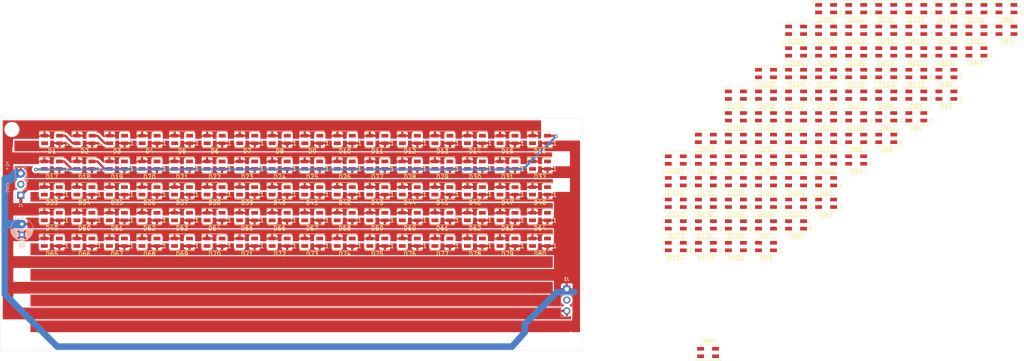
<source format=kicad_pcb>
(kicad_pcb (version 20171130) (host pcbnew "(5.1.5-0-10_14)")
  (layers (0 F.Cu signal) (31 B.Cu signal) (34 B.Paste user) (35 F.Paste user) (36 B.SilkS user) (37 F.SilkS user) (38 B.Mask user) (39 F.Mask user) (44 Edge.Cuts user))
  (net 0 "")
  (net 1 VDD)
  (net 2 "Net-(D1-Pad2)")
  (net 3 VSS)
  (net 4 "Net-(D145-Pad2)")
  (net 5 "Net-(D146-Pad2)")
  (net 6 "Net-(D147-Pad2)")
  (net 7 "Net-(D148-Pad2)")
  (net 8 "Net-(D149-Pad2)")
  (net 9 "Net-(D150-Pad2)")
  (net 10 "Net-(D151-Pad2)")
  (net 11 "Net-(D152-Pad2)")
  (net 12 "Net-(D10-Pad2)")
  (net 13 "Net-(D10-Pad4)")
  (net 14 "Net-(D11-Pad2)")
  (net 15 "Net-(D12-Pad2)")
  (net 16 "Net-(D13-Pad2)")
  (net 17 "Net-(D14-Pad2)")
  (net 18 "Net-(D15-Pad2)")
  (net 19 "Net-(D16-Pad2)")
  (net 20 "Net-(D159-Pad2)")
  (net 21 "Net-(D17-Pad2)")
  (net 22 "Net-(D18-Pad2)")
  (net 23 "Net-(D19-Pad2)")
  (net 24 "Net-(D20-Pad2)")
  (net 25 "Net-(D21-Pad2)")
  (net 26 "Net-(D22-Pad2)")
  (net 27 "Net-(D23-Pad2)")
  (net 28 "Net-(D24-Pad2)")
  (net 29 "Net-(D25-Pad2)")
  (net 30 "Net-(D26-Pad2)")
  (net 31 "Net-(D27-Pad2)")
  (net 32 "Net-(D28-Pad2)")
  (net 33 "Net-(D29-Pad2)")
  (net 34 "Net-(D30-Pad2)")
  (net 35 "Net-(D31-Pad2)")
  (net 36 "Net-(D32-Pad2)")
  (net 37 "Net-(D33-Pad2)")
  (net 38 "Net-(D34-Pad2)")
  (net 39 "Net-(D35-Pad2)")
  (net 40 "Net-(D36-Pad2)")
  (net 41 "Net-(D37-Pad2)")
  (net 42 "Net-(D38-Pad2)")
  (net 43 "Net-(D39-Pad2)")
  (net 44 "Net-(D40-Pad2)")
  (net 45 "Net-(D41-Pad2)")
  (net 46 "Net-(D42-Pad2)")
  (net 47 "Net-(D43-Pad2)")
  (net 48 "Net-(D44-Pad2)")
  (net 49 "Net-(D45-Pad2)")
  (net 50 "Net-(D46-Pad2)")
  (net 51 "Net-(D47-Pad2)")
  (net 52 "Net-(D48-Pad2)")
  (net 53 "Net-(D49-Pad2)")
  (net 54 "Net-(D50-Pad2)")
  (net 55 "Net-(D51-Pad2)")
  (net 56 "Net-(D52-Pad2)")
  (net 57 "Net-(D53-Pad2)")
  (net 58 "Net-(D54-Pad2)")
  (net 59 "Net-(D55-Pad2)")
  (net 60 "Net-(D56-Pad2)")
  (net 61 "Net-(D57-Pad2)")
  (net 62 "Net-(D58-Pad2)")
  (net 63 "Net-(D59-Pad2)")
  (net 64 "Net-(D60-Pad2)")
  (net 65 "Net-(D61-Pad2)")
  (net 66 "Net-(D62-Pad2)")
  (net 67 "Net-(D63-Pad2)")
  (net 68 "Net-(D64-Pad2)")
  (net 69 "Net-(D65-Pad2)")
  (net 70 "Net-(D66-Pad2)")
  (net 71 "Net-(D67-Pad2)")
  (net 72 "Net-(D68-Pad2)")
  (net 73 "Net-(D69-Pad2)")
  (net 74 "Net-(D70-Pad2)")
  (net 75 "Net-(D71-Pad2)")
  (net 76 "Net-(D72-Pad2)")
  (net 77 "Net-(D73-Pad2)")
  (net 78 "Net-(D74-Pad2)")
  (net 79 "Net-(D75-Pad2)")
  (net 80 "Net-(D76-Pad2)")
  (net 81 "Net-(D77-Pad2)")
  (net 82 "Net-(D78-Pad2)")
  (net 83 "Net-(D79-Pad2)")
  (net 84 "Net-(D80-Pad2)")
  (net 85 "Net-(D81-Pad2)")
  (net 86 "Net-(D82-Pad2)")
  (net 87 "Net-(D83-Pad2)")
  (net 88 "Net-(D100-Pad4)")
  (net 89 "Net-(D100-Pad2)")
  (net 90 "Net-(D101-Pad2)")
  (net 91 "Net-(D102-Pad2)")
  (net 92 "Net-(D103-Pad2)")
  (net 93 "Net-(D104-Pad2)")
  (net 94 "Net-(D105-Pad2)")
  (net 95 "Net-(D106-Pad2)")
  (net 96 "Net-(D107-Pad2)")
  (net 97 "Net-(D108-Pad2)")
  (net 98 "Net-(D109-Pad2)")
  (net 99 "Net-(D110-Pad2)")
  (net 100 "Net-(D111-Pad2)")
  (net 101 "Net-(D112-Pad2)")
  (net 102 "Net-(D113-Pad2)")
  (net 103 "Net-(D114-Pad2)")
  (net 104 "Net-(D115-Pad2)")
  (net 105 "Net-(D116-Pad2)")
  (net 106 "Net-(D117-Pad2)")
  (net 107 "Net-(D118-Pad2)")
  (net 108 "Net-(D119-Pad2)")
  (net 109 "Net-(D120-Pad2)")
  (net 110 "Net-(D121-Pad2)")
  (net 111 "Net-(D122-Pad2)")
  (net 112 "Net-(D123-Pad2)")
  (net 113 "Net-(D124-Pad2)")
  (net 114 "Net-(D125-Pad2)")
  (net 115 "Net-(D126-Pad2)")
  (net 116 "Net-(D127-Pad2)")
  (net 117 "Net-(D128-Pad2)")
  (net 118 "Net-(D129-Pad2)")
  (net 119 "Net-(D130-Pad2)")
  (net 120 "Net-(D131-Pad2)")
  (net 121 "Net-(D132-Pad2)")
  (net 122 "Net-(D133-Pad2)")
  (net 123 "Net-(D134-Pad2)")
  (net 124 "Net-(D135-Pad2)")
  (net 125 "Net-(D136-Pad2)")
  (net 126 "Net-(D137-Pad2)")
  (net 127 "Net-(D138-Pad2)")
  (net 128 "Net-(D139-Pad2)")
  (net 129 "Net-(D140-Pad2)")
  (net 130 "Net-(D141-Pad2)")
  (net 131 "Net-(D142-Pad2)")
  (net 132 "Net-(D143-Pad2)")
  (net 133 "Net-(D144-Pad2)")
  (net 134 "Net-(D160-Pad2)")
  (net 135 "Net-(D2-Pad2)")
  (net 136 "Net-(D3-Pad2)")
  (net 137 "Net-(D4-Pad2)")
  (net 138 "Net-(D5-Pad2)")
  (net 139 "Net-(D6-Pad2)")
  (net 140 "Net-(D7-Pad2)")
  (net 141 "Net-(D8-Pad2)")
  (net 142 "Net-(D84-Pad2)")
  (net 143 "Net-(D85-Pad2)")
  (net 144 "Net-(D86-Pad2)")
  (net 145 "Net-(D87-Pad2)")
  (net 146 "Net-(D88-Pad2)")
  (net 147 "Net-(D89-Pad2)")
  (net 148 "Net-(D90-Pad2)")
  (net 149 "Net-(D91-Pad2)")
  (net 150 "Net-(D92-Pad2)")
  (net 151 "Net-(D93-Pad2)")
  (net 152 "Net-(D94-Pad2)")
  (net 153 "Net-(D95-Pad2)")
  (net 154 "Net-(D96-Pad2)")
  (net 155 "Net-(D97-Pad2)")
  (net 156 "Net-(D98-Pad2)")
  (net 157 "Net-(D153-Pad2)")
  (net 158 "Net-(D154-Pad2)")
  (net 159 "Net-(D155-Pad2)")
  (net 160 "Net-(D156-Pad2)")
  (net 161 "Net-(D157-Pad2)")
  (net 162 "Net-(D158-Pad2)")
  (net 163 DIN)
  (module LED_SMD:LED_SK6812MINI_PLCC4_3.5x3.5mm_P1.75mm (layer F.Cu) (at 253.11 57.351 180)
    (fp_text reference D159 (at 0 -2.75) (layer F.SilkS))
    (fp_text value WS2812B)
    (fp_text user 1 (at -3.5 -0.875) (layer F.SilkS))
    (pad 1 smd rect (at -1.75 -0.875 180) (size 1.6 0.85) (layers F.Cu F.Paste F.Mask) (net 1 VDD))
    (pad 2 smd rect (at -1.75 0.875 180) (size 1.6 0.85) (layers F.Cu F.Paste F.Mask) (net 20 "Net-(D159-Pad2)"))
    (pad 4 smd rect (at 1.75 -0.875 180) (size 1.6 0.85) (layers F.Cu F.Paste F.Mask) (net 162 "Net-(D158-Pad2)"))
    (pad 3 smd rect (at 1.75 0.875 180) (size 1.6 0.85) (layers F.Cu F.Paste F.Mask) (net 3 VSS))
  )
  (module LED_SMD:LED_SK6812MINI_PLCC4_3.5x3.5mm_P1.75mm (layer F.Cu) (at 239.07 72.501 180)
    (fp_text reference D158 (at 0 -2.75) (layer F.SilkS))
    (fp_text value WS2812B)
    (fp_text user 1 (at -3.5 -0.875) (layer F.SilkS))
    (pad 1 smd rect (at -1.75 -0.875 180) (size 1.6 0.85) (layers F.Cu F.Paste F.Mask) (net 1 VDD))
    (pad 2 smd rect (at -1.75 0.875 180) (size 1.6 0.85) (layers F.Cu F.Paste F.Mask) (net 162 "Net-(D158-Pad2)"))
    (pad 4 smd rect (at 1.75 -0.875 180) (size 1.6 0.85) (layers F.Cu F.Paste F.Mask) (net 161 "Net-(D157-Pad2)"))
    (pad 3 smd rect (at 1.75 0.875 180) (size 1.6 0.85) (layers F.Cu F.Paste F.Mask) (net 3 VSS))
  )
  (module LED_SMD:LED_SK6812MINI_PLCC4_3.5x3.5mm_P1.75mm (layer F.Cu) (at 225.03 87.651 180)
    (fp_text reference D157 (at 0 -2.75) (layer F.SilkS))
    (fp_text value WS2812B)
    (fp_text user 1 (at -3.5 -0.875) (layer F.SilkS))
    (pad 1 smd rect (at -1.75 -0.875 180) (size 1.6 0.85) (layers F.Cu F.Paste F.Mask) (net 1 VDD))
    (pad 2 smd rect (at -1.75 0.875 180) (size 1.6 0.85) (layers F.Cu F.Paste F.Mask) (net 161 "Net-(D157-Pad2)"))
    (pad 4 smd rect (at 1.75 -0.875 180) (size 1.6 0.85) (layers F.Cu F.Paste F.Mask) (net 160 "Net-(D156-Pad2)"))
    (pad 3 smd rect (at 1.75 0.875 180) (size 1.6 0.85) (layers F.Cu F.Paste F.Mask) (net 3 VSS))
  )
  (module LED_SMD:LED_SK6812MINI_PLCC4_3.5x3.5mm_P1.75mm (layer F.Cu) (at 246.09 67.451 180)
    (fp_text reference D156 (at 0 -2.75) (layer F.SilkS))
    (fp_text value WS2812B)
    (fp_text user 1 (at -3.5 -0.875) (layer F.SilkS))
    (pad 1 smd rect (at -1.75 -0.875 180) (size 1.6 0.85) (layers F.Cu F.Paste F.Mask) (net 1 VDD))
    (pad 2 smd rect (at -1.75 0.875 180) (size 1.6 0.85) (layers F.Cu F.Paste F.Mask) (net 160 "Net-(D156-Pad2)"))
    (pad 4 smd rect (at 1.75 -0.875 180) (size 1.6 0.85) (layers F.Cu F.Paste F.Mask) (net 159 "Net-(D155-Pad2)"))
    (pad 3 smd rect (at 1.75 0.875 180) (size 1.6 0.85) (layers F.Cu F.Paste F.Mask) (net 3 VSS))
  )
  (module LED_SMD:LED_SK6812MINI_PLCC4_3.5x3.5mm_P1.75mm (layer F.Cu) (at 260.13 52.301 180)
    (fp_text reference D155 (at 0 -2.75) (layer F.SilkS))
    (fp_text value WS2812B)
    (fp_text user 1 (at -3.5 -0.875) (layer F.SilkS))
    (pad 1 smd rect (at -1.75 -0.875 180) (size 1.6 0.85) (layers F.Cu F.Paste F.Mask) (net 1 VDD))
    (pad 2 smd rect (at -1.75 0.875 180) (size 1.6 0.85) (layers F.Cu F.Paste F.Mask) (net 159 "Net-(D155-Pad2)"))
    (pad 4 smd rect (at 1.75 -0.875 180) (size 1.6 0.85) (layers F.Cu F.Paste F.Mask) (net 158 "Net-(D154-Pad2)"))
    (pad 3 smd rect (at 1.75 0.875 180) (size 1.6 0.85) (layers F.Cu F.Paste F.Mask) (net 3 VSS))
  )
  (module LED_SMD:LED_SK6812MINI_PLCC4_3.5x3.5mm_P1.75mm (layer F.Cu) (at 253.11 62.401 180)
    (fp_text reference D154 (at 0 -2.75) (layer F.SilkS))
    (fp_text value WS2812B)
    (fp_text user 1 (at -3.5 -0.875) (layer F.SilkS))
    (pad 1 smd rect (at -1.75 -0.875 180) (size 1.6 0.85) (layers F.Cu F.Paste F.Mask) (net 1 VDD))
    (pad 2 smd rect (at -1.75 0.875 180) (size 1.6 0.85) (layers F.Cu F.Paste F.Mask) (net 158 "Net-(D154-Pad2)"))
    (pad 4 smd rect (at 1.75 -0.875 180) (size 1.6 0.85) (layers F.Cu F.Paste F.Mask) (net 157 "Net-(D153-Pad2)"))
    (pad 3 smd rect (at 1.75 0.875 180) (size 1.6 0.85) (layers F.Cu F.Paste F.Mask) (net 3 VSS))
  )
  (module LED_SMD:LED_SK6812MINI_PLCC4_3.5x3.5mm_P1.75mm (layer F.Cu) (at 232.05 82.601 180)
    (fp_text reference D153 (at 0 -2.75) (layer F.SilkS))
    (fp_text value WS2812B)
    (fp_text user 1 (at -3.5 -0.875) (layer F.SilkS))
    (pad 1 smd rect (at -1.75 -0.875 180) (size 1.6 0.85) (layers F.Cu F.Paste F.Mask) (net 1 VDD))
    (pad 2 smd rect (at -1.75 0.875 180) (size 1.6 0.85) (layers F.Cu F.Paste F.Mask) (net 157 "Net-(D153-Pad2)"))
    (pad 4 smd rect (at 1.75 -0.875 180) (size 1.6 0.85) (layers F.Cu F.Paste F.Mask) (net 11 "Net-(D152-Pad2)"))
    (pad 3 smd rect (at 1.75 0.875 180) (size 1.6 0.85) (layers F.Cu F.Paste F.Mask) (net 3 VSS))
  )
  (module LED_SMD:LED_SK6812MINI_PLCC4_3.5x3.5mm_P1.75mm (layer F.Cu) (at 239.07 77.551 180)
    (fp_text reference D152 (at 0 -2.75) (layer F.SilkS))
    (fp_text value WS2812B)
    (fp_text user 1 (at -3.5 -0.875) (layer F.SilkS))
    (pad 1 smd rect (at -1.75 -0.875 180) (size 1.6 0.85) (layers F.Cu F.Paste F.Mask) (net 1 VDD))
    (pad 2 smd rect (at -1.75 0.875 180) (size 1.6 0.85) (layers F.Cu F.Paste F.Mask) (net 11 "Net-(D152-Pad2)"))
    (pad 4 smd rect (at 1.75 -0.875 180) (size 1.6 0.85) (layers F.Cu F.Paste F.Mask) (net 10 "Net-(D151-Pad2)"))
    (pad 3 smd rect (at 1.75 0.875 180) (size 1.6 0.85) (layers F.Cu F.Paste F.Mask) (net 3 VSS))
  )
  (module LED_SMD:LED_SK6812MINI_PLCC4_3.5x3.5mm_P1.75mm (layer F.Cu) (at 260.13 57.351 180)
    (fp_text reference D151 (at 0 -2.75) (layer F.SilkS))
    (fp_text value WS2812B)
    (fp_text user 1 (at -3.5 -0.875) (layer F.SilkS))
    (pad 1 smd rect (at -1.75 -0.875 180) (size 1.6 0.85) (layers F.Cu F.Paste F.Mask) (net 1 VDD))
    (pad 2 smd rect (at -1.75 0.875 180) (size 1.6 0.85) (layers F.Cu F.Paste F.Mask) (net 10 "Net-(D151-Pad2)"))
    (pad 4 smd rect (at 1.75 -0.875 180) (size 1.6 0.85) (layers F.Cu F.Paste F.Mask) (net 9 "Net-(D150-Pad2)"))
    (pad 3 smd rect (at 1.75 0.875 180) (size 1.6 0.85) (layers F.Cu F.Paste F.Mask) (net 3 VSS))
  )
  (module LED_SMD:LED_SK6812MINI_PLCC4_3.5x3.5mm_P1.75mm (layer F.Cu) (at 246.09 72.501 180)
    (fp_text reference D150 (at 0 -2.75) (layer F.SilkS))
    (fp_text value WS2812B)
    (fp_text user 1 (at -3.5 -0.875) (layer F.SilkS))
    (pad 1 smd rect (at -1.75 -0.875 180) (size 1.6 0.85) (layers F.Cu F.Paste F.Mask) (net 1 VDD))
    (pad 2 smd rect (at -1.75 0.875 180) (size 1.6 0.85) (layers F.Cu F.Paste F.Mask) (net 9 "Net-(D150-Pad2)"))
    (pad 4 smd rect (at 1.75 -0.875 180) (size 1.6 0.85) (layers F.Cu F.Paste F.Mask) (net 8 "Net-(D149-Pad2)"))
    (pad 3 smd rect (at 1.75 0.875 180) (size 1.6 0.85) (layers F.Cu F.Paste F.Mask) (net 3 VSS))
  )
  (module LED_SMD:LED_SK6812MINI_PLCC4_3.5x3.5mm_P1.75mm (layer F.Cu) (at 225.03 92.701 180)
    (fp_text reference D149 (at 0 -2.75) (layer F.SilkS))
    (fp_text value WS2812B)
    (fp_text user 1 (at -3.5 -0.875) (layer F.SilkS))
    (pad 1 smd rect (at -1.75 -0.875 180) (size 1.6 0.85) (layers F.Cu F.Paste F.Mask) (net 1 VDD))
    (pad 2 smd rect (at -1.75 0.875 180) (size 1.6 0.85) (layers F.Cu F.Paste F.Mask) (net 8 "Net-(D149-Pad2)"))
    (pad 4 smd rect (at 1.75 -0.875 180) (size 1.6 0.85) (layers F.Cu F.Paste F.Mask) (net 7 "Net-(D148-Pad2)"))
    (pad 3 smd rect (at 1.75 0.875 180) (size 1.6 0.85) (layers F.Cu F.Paste F.Mask) (net 3 VSS))
  )
  (module LED_SMD:LED_SK6812MINI_PLCC4_3.5x3.5mm_P1.75mm (layer F.Cu) (at 232.05 87.651 180)
    (fp_text reference D148 (at 0 -2.75) (layer F.SilkS))
    (fp_text value WS2812B)
    (fp_text user 1 (at -3.5 -0.875) (layer F.SilkS))
    (pad 1 smd rect (at -1.75 -0.875 180) (size 1.6 0.85) (layers F.Cu F.Paste F.Mask) (net 1 VDD))
    (pad 2 smd rect (at -1.75 0.875 180) (size 1.6 0.85) (layers F.Cu F.Paste F.Mask) (net 7 "Net-(D148-Pad2)"))
    (pad 4 smd rect (at 1.75 -0.875 180) (size 1.6 0.85) (layers F.Cu F.Paste F.Mask) (net 6 "Net-(D147-Pad2)"))
    (pad 3 smd rect (at 1.75 0.875 180) (size 1.6 0.85) (layers F.Cu F.Paste F.Mask) (net 3 VSS))
  )
  (module LED_SMD:LED_SK6812MINI_PLCC4_3.5x3.5mm_P1.75mm (layer F.Cu) (at 253.11 67.451 180)
    (fp_text reference D147 (at 0 -2.75) (layer F.SilkS))
    (fp_text value WS2812B)
    (fp_text user 1 (at -3.5 -0.875) (layer F.SilkS))
    (pad 1 smd rect (at -1.75 -0.875 180) (size 1.6 0.85) (layers F.Cu F.Paste F.Mask) (net 1 VDD))
    (pad 2 smd rect (at -1.75 0.875 180) (size 1.6 0.85) (layers F.Cu F.Paste F.Mask) (net 6 "Net-(D147-Pad2)"))
    (pad 4 smd rect (at 1.75 -0.875 180) (size 1.6 0.85) (layers F.Cu F.Paste F.Mask) (net 5 "Net-(D146-Pad2)"))
    (pad 3 smd rect (at 1.75 0.875 180) (size 1.6 0.85) (layers F.Cu F.Paste F.Mask) (net 3 VSS))
  )
  (module LED_SMD:LED_SK6812MINI_PLCC4_3.5x3.5mm_P1.75mm (layer F.Cu) (at 267.15 52.301 180)
    (fp_text reference D146 (at 0 -2.75) (layer F.SilkS))
    (fp_text value WS2812B)
    (fp_text user 1 (at -3.5 -0.875) (layer F.SilkS))
    (pad 1 smd rect (at -1.75 -0.875 180) (size 1.6 0.85) (layers F.Cu F.Paste F.Mask) (net 1 VDD))
    (pad 2 smd rect (at -1.75 0.875 180) (size 1.6 0.85) (layers F.Cu F.Paste F.Mask) (net 5 "Net-(D146-Pad2)"))
    (pad 4 smd rect (at 1.75 -0.875 180) (size 1.6 0.85) (layers F.Cu F.Paste F.Mask) (net 4 "Net-(D145-Pad2)"))
    (pad 3 smd rect (at 1.75 0.875 180) (size 1.6 0.85) (layers F.Cu F.Paste F.Mask) (net 3 VSS))
  )
  (module LED_SMD:LED_SK6812MINI_PLCC4_3.5x3.5mm_P1.75mm (layer F.Cu) (at 260.13 62.401 180)
    (fp_text reference D145 (at 0 -2.75) (layer F.SilkS))
    (fp_text value WS2812B)
    (fp_text user 1 (at -3.5 -0.875) (layer F.SilkS))
    (pad 1 smd rect (at -1.75 -0.875 180) (size 1.6 0.85) (layers F.Cu F.Paste F.Mask) (net 1 VDD))
    (pad 2 smd rect (at -1.75 0.875 180) (size 1.6 0.85) (layers F.Cu F.Paste F.Mask) (net 4 "Net-(D145-Pad2)"))
    (pad 4 smd rect (at 1.75 -0.875 180) (size 1.6 0.85) (layers F.Cu F.Paste F.Mask) (net 133 "Net-(D144-Pad2)"))
    (pad 3 smd rect (at 1.75 0.875 180) (size 1.6 0.85) (layers F.Cu F.Paste F.Mask) (net 3 VSS))
  )
  (module LED_SMD:LED_SK6812MINI_PLCC4_3.5x3.5mm_P1.75mm (layer F.Cu) (at 239.07 82.601 180)
    (fp_text reference D144 (at 0 -2.75) (layer F.SilkS))
    (fp_text value WS2812B)
    (fp_text user 1 (at -3.5 -0.875) (layer F.SilkS))
    (pad 1 smd rect (at -1.75 -0.875 180) (size 1.6 0.85) (layers F.Cu F.Paste F.Mask) (net 1 VDD))
    (pad 2 smd rect (at -1.75 0.875 180) (size 1.6 0.85) (layers F.Cu F.Paste F.Mask) (net 133 "Net-(D144-Pad2)"))
    (pad 4 smd rect (at 1.75 -0.875 180) (size 1.6 0.85) (layers F.Cu F.Paste F.Mask) (net 132 "Net-(D143-Pad2)"))
    (pad 3 smd rect (at 1.75 0.875 180) (size 1.6 0.85) (layers F.Cu F.Paste F.Mask) (net 3 VSS))
  )
  (module LED_SMD:LED_SK6812MINI_PLCC4_3.5x3.5mm_P1.75mm (layer F.Cu) (at 246.09 77.551 180)
    (fp_text reference D143 (at 0 -2.75) (layer F.SilkS))
    (fp_text value WS2812B)
    (fp_text user 1 (at -3.5 -0.875) (layer F.SilkS))
    (pad 1 smd rect (at -1.75 -0.875 180) (size 1.6 0.85) (layers F.Cu F.Paste F.Mask) (net 1 VDD))
    (pad 2 smd rect (at -1.75 0.875 180) (size 1.6 0.85) (layers F.Cu F.Paste F.Mask) (net 132 "Net-(D143-Pad2)"))
    (pad 4 smd rect (at 1.75 -0.875 180) (size 1.6 0.85) (layers F.Cu F.Paste F.Mask) (net 131 "Net-(D142-Pad2)"))
    (pad 3 smd rect (at 1.75 0.875 180) (size 1.6 0.85) (layers F.Cu F.Paste F.Mask) (net 3 VSS))
  )
  (module LED_SMD:LED_SK6812MINI_PLCC4_3.5x3.5mm_P1.75mm (layer F.Cu) (at 267.15 57.351 180)
    (fp_text reference D142 (at 0 -2.75) (layer F.SilkS))
    (fp_text value WS2812B)
    (fp_text user 1 (at -3.5 -0.875) (layer F.SilkS))
    (pad 1 smd rect (at -1.75 -0.875 180) (size 1.6 0.85) (layers F.Cu F.Paste F.Mask) (net 1 VDD))
    (pad 2 smd rect (at -1.75 0.875 180) (size 1.6 0.85) (layers F.Cu F.Paste F.Mask) (net 131 "Net-(D142-Pad2)"))
    (pad 4 smd rect (at 1.75 -0.875 180) (size 1.6 0.85) (layers F.Cu F.Paste F.Mask) (net 130 "Net-(D141-Pad2)"))
    (pad 3 smd rect (at 1.75 0.875 180) (size 1.6 0.85) (layers F.Cu F.Paste F.Mask) (net 3 VSS))
  )
  (module LED_SMD:LED_SK6812MINI_PLCC4_3.5x3.5mm_P1.75mm (layer F.Cu) (at 225.03 97.751 180)
    (fp_text reference D141 (at 0 -2.75) (layer F.SilkS))
    (fp_text value WS2812B)
    (fp_text user 1 (at -3.5 -0.875) (layer F.SilkS))
    (pad 1 smd rect (at -1.75 -0.875 180) (size 1.6 0.85) (layers F.Cu F.Paste F.Mask) (net 1 VDD))
    (pad 2 smd rect (at -1.75 0.875 180) (size 1.6 0.85) (layers F.Cu F.Paste F.Mask) (net 130 "Net-(D141-Pad2)"))
    (pad 4 smd rect (at 1.75 -0.875 180) (size 1.6 0.85) (layers F.Cu F.Paste F.Mask) (net 129 "Net-(D140-Pad2)"))
    (pad 3 smd rect (at 1.75 0.875 180) (size 1.6 0.85) (layers F.Cu F.Paste F.Mask) (net 3 VSS))
  )
  (module LED_SMD:LED_SK6812MINI_PLCC4_3.5x3.5mm_P1.75mm (layer F.Cu) (at 253.11 72.501 180)
    (fp_text reference D140 (at 0 -2.75) (layer F.SilkS))
    (fp_text value WS2812B)
    (fp_text user 1 (at -3.5 -0.875) (layer F.SilkS))
    (pad 1 smd rect (at -1.75 -0.875 180) (size 1.6 0.85) (layers F.Cu F.Paste F.Mask) (net 1 VDD))
    (pad 2 smd rect (at -1.75 0.875 180) (size 1.6 0.85) (layers F.Cu F.Paste F.Mask) (net 129 "Net-(D140-Pad2)"))
    (pad 4 smd rect (at 1.75 -0.875 180) (size 1.6 0.85) (layers F.Cu F.Paste F.Mask) (net 128 "Net-(D139-Pad2)"))
    (pad 3 smd rect (at 1.75 0.875 180) (size 1.6 0.85) (layers F.Cu F.Paste F.Mask) (net 3 VSS))
  )
  (module LED_SMD:LED_SK6812MINI_PLCC4_3.5x3.5mm_P1.75mm (layer F.Cu) (at 232.05 92.701 180)
    (fp_text reference D139 (at 0 -2.75) (layer F.SilkS))
    (fp_text value WS2812B)
    (fp_text user 1 (at -3.5 -0.875) (layer F.SilkS))
    (pad 1 smd rect (at -1.75 -0.875 180) (size 1.6 0.85) (layers F.Cu F.Paste F.Mask) (net 1 VDD))
    (pad 2 smd rect (at -1.75 0.875 180) (size 1.6 0.85) (layers F.Cu F.Paste F.Mask) (net 128 "Net-(D139-Pad2)"))
    (pad 4 smd rect (at 1.75 -0.875 180) (size 1.6 0.85) (layers F.Cu F.Paste F.Mask) (net 127 "Net-(D138-Pad2)"))
    (pad 3 smd rect (at 1.75 0.875 180) (size 1.6 0.85) (layers F.Cu F.Paste F.Mask) (net 3 VSS))
  )
  (module LED_SMD:LED_SK6812MINI_PLCC4_3.5x3.5mm_P1.75mm (layer F.Cu) (at 239.07 87.651 180)
    (fp_text reference D138 (at 0 -2.75) (layer F.SilkS))
    (fp_text value WS2812B)
    (fp_text user 1 (at -3.5 -0.875) (layer F.SilkS))
    (pad 1 smd rect (at -1.75 -0.875 180) (size 1.6 0.85) (layers F.Cu F.Paste F.Mask) (net 1 VDD))
    (pad 2 smd rect (at -1.75 0.875 180) (size 1.6 0.85) (layers F.Cu F.Paste F.Mask) (net 127 "Net-(D138-Pad2)"))
    (pad 4 smd rect (at 1.75 -0.875 180) (size 1.6 0.85) (layers F.Cu F.Paste F.Mask) (net 126 "Net-(D137-Pad2)"))
    (pad 3 smd rect (at 1.75 0.875 180) (size 1.6 0.85) (layers F.Cu F.Paste F.Mask) (net 3 VSS))
  )
  (module LED_SMD:LED_SK6812MINI_PLCC4_3.5x3.5mm_P1.75mm (layer F.Cu) (at 260.13 67.451 180)
    (fp_text reference D137 (at 0 -2.75) (layer F.SilkS))
    (fp_text value WS2812B)
    (fp_text user 1 (at -3.5 -0.875) (layer F.SilkS))
    (pad 1 smd rect (at -1.75 -0.875 180) (size 1.6 0.85) (layers F.Cu F.Paste F.Mask) (net 1 VDD))
    (pad 2 smd rect (at -1.75 0.875 180) (size 1.6 0.85) (layers F.Cu F.Paste F.Mask) (net 126 "Net-(D137-Pad2)"))
    (pad 4 smd rect (at 1.75 -0.875 180) (size 1.6 0.85) (layers F.Cu F.Paste F.Mask) (net 125 "Net-(D136-Pad2)"))
    (pad 3 smd rect (at 1.75 0.875 180) (size 1.6 0.85) (layers F.Cu F.Paste F.Mask) (net 3 VSS))
  )
  (module LED_SMD:LED_SK6812MINI_PLCC4_3.5x3.5mm_P1.75mm (layer F.Cu) (at 274.17 52.301 180)
    (fp_text reference D136 (at 0 -2.75) (layer F.SilkS))
    (fp_text value WS2812B)
    (fp_text user 1 (at -3.5 -0.875) (layer F.SilkS))
    (pad 1 smd rect (at -1.75 -0.875 180) (size 1.6 0.85) (layers F.Cu F.Paste F.Mask) (net 1 VDD))
    (pad 2 smd rect (at -1.75 0.875 180) (size 1.6 0.85) (layers F.Cu F.Paste F.Mask) (net 125 "Net-(D136-Pad2)"))
    (pad 4 smd rect (at 1.75 -0.875 180) (size 1.6 0.85) (layers F.Cu F.Paste F.Mask) (net 124 "Net-(D135-Pad2)"))
    (pad 3 smd rect (at 1.75 0.875 180) (size 1.6 0.85) (layers F.Cu F.Paste F.Mask) (net 3 VSS))
  )
  (module LED_SMD:LED_SK6812MINI_PLCC4_3.5x3.5mm_P1.75mm (layer F.Cu) (at 267.15 62.401 180)
    (fp_text reference D135 (at 0 -2.75) (layer F.SilkS))
    (fp_text value WS2812B)
    (fp_text user 1 (at -3.5 -0.875) (layer F.SilkS))
    (pad 1 smd rect (at -1.75 -0.875 180) (size 1.6 0.85) (layers F.Cu F.Paste F.Mask) (net 1 VDD))
    (pad 2 smd rect (at -1.75 0.875 180) (size 1.6 0.85) (layers F.Cu F.Paste F.Mask) (net 124 "Net-(D135-Pad2)"))
    (pad 4 smd rect (at 1.75 -0.875 180) (size 1.6 0.85) (layers F.Cu F.Paste F.Mask) (net 123 "Net-(D134-Pad2)"))
    (pad 3 smd rect (at 1.75 0.875 180) (size 1.6 0.85) (layers F.Cu F.Paste F.Mask) (net 3 VSS))
  )
  (module LED_SMD:LED_SK6812MINI_PLCC4_3.5x3.5mm_P1.75mm (layer F.Cu) (at 246.09 82.601 180)
    (fp_text reference D134 (at 0 -2.75) (layer F.SilkS))
    (fp_text value WS2812B)
    (fp_text user 1 (at -3.5 -0.875) (layer F.SilkS))
    (pad 1 smd rect (at -1.75 -0.875 180) (size 1.6 0.85) (layers F.Cu F.Paste F.Mask) (net 1 VDD))
    (pad 2 smd rect (at -1.75 0.875 180) (size 1.6 0.85) (layers F.Cu F.Paste F.Mask) (net 123 "Net-(D134-Pad2)"))
    (pad 4 smd rect (at 1.75 -0.875 180) (size 1.6 0.85) (layers F.Cu F.Paste F.Mask) (net 122 "Net-(D133-Pad2)"))
    (pad 3 smd rect (at 1.75 0.875 180) (size 1.6 0.85) (layers F.Cu F.Paste F.Mask) (net 3 VSS))
  )
  (module LED_SMD:LED_SK6812MINI_PLCC4_3.5x3.5mm_P1.75mm (layer F.Cu) (at 225.03 102.801 180)
    (fp_text reference D133 (at 0 -2.75) (layer F.SilkS))
    (fp_text value WS2812B)
    (fp_text user 1 (at -3.5 -0.875) (layer F.SilkS))
    (pad 1 smd rect (at -1.75 -0.875 180) (size 1.6 0.85) (layers F.Cu F.Paste F.Mask) (net 1 VDD))
    (pad 2 smd rect (at -1.75 0.875 180) (size 1.6 0.85) (layers F.Cu F.Paste F.Mask) (net 122 "Net-(D133-Pad2)"))
    (pad 4 smd rect (at 1.75 -0.875 180) (size 1.6 0.85) (layers F.Cu F.Paste F.Mask) (net 121 "Net-(D132-Pad2)"))
    (pad 3 smd rect (at 1.75 0.875 180) (size 1.6 0.85) (layers F.Cu F.Paste F.Mask) (net 3 VSS))
  )
  (module LED_SMD:LED_SK6812MINI_PLCC4_3.5x3.5mm_P1.75mm (layer F.Cu) (at 253.11 77.551 180)
    (fp_text reference D132 (at 0 -2.75) (layer F.SilkS))
    (fp_text value WS2812B)
    (fp_text user 1 (at -3.5 -0.875) (layer F.SilkS))
    (pad 1 smd rect (at -1.75 -0.875 180) (size 1.6 0.85) (layers F.Cu F.Paste F.Mask) (net 1 VDD))
    (pad 2 smd rect (at -1.75 0.875 180) (size 1.6 0.85) (layers F.Cu F.Paste F.Mask) (net 121 "Net-(D132-Pad2)"))
    (pad 4 smd rect (at 1.75 -0.875 180) (size 1.6 0.85) (layers F.Cu F.Paste F.Mask) (net 120 "Net-(D131-Pad2)"))
    (pad 3 smd rect (at 1.75 0.875 180) (size 1.6 0.85) (layers F.Cu F.Paste F.Mask) (net 3 VSS))
  )
  (module LED_SMD:LED_SK6812MINI_PLCC4_3.5x3.5mm_P1.75mm (layer F.Cu) (at 274.17 57.351 180)
    (fp_text reference D131 (at 0 -2.75) (layer F.SilkS))
    (fp_text value WS2812B)
    (fp_text user 1 (at -3.5 -0.875) (layer F.SilkS))
    (pad 1 smd rect (at -1.75 -0.875 180) (size 1.6 0.85) (layers F.Cu F.Paste F.Mask) (net 1 VDD))
    (pad 2 smd rect (at -1.75 0.875 180) (size 1.6 0.85) (layers F.Cu F.Paste F.Mask) (net 120 "Net-(D131-Pad2)"))
    (pad 4 smd rect (at 1.75 -0.875 180) (size 1.6 0.85) (layers F.Cu F.Paste F.Mask) (net 119 "Net-(D130-Pad2)"))
    (pad 3 smd rect (at 1.75 0.875 180) (size 1.6 0.85) (layers F.Cu F.Paste F.Mask) (net 3 VSS))
  )
  (module LED_SMD:LED_SK6812MINI_PLCC4_3.5x3.5mm_P1.75mm (layer F.Cu) (at 232.05 97.751 180)
    (fp_text reference D130 (at 0 -2.75) (layer F.SilkS))
    (fp_text value WS2812B)
    (fp_text user 1 (at -3.5 -0.875) (layer F.SilkS))
    (pad 1 smd rect (at -1.75 -0.875 180) (size 1.6 0.85) (layers F.Cu F.Paste F.Mask) (net 1 VDD))
    (pad 2 smd rect (at -1.75 0.875 180) (size 1.6 0.85) (layers F.Cu F.Paste F.Mask) (net 119 "Net-(D130-Pad2)"))
    (pad 4 smd rect (at 1.75 -0.875 180) (size 1.6 0.85) (layers F.Cu F.Paste F.Mask) (net 118 "Net-(D129-Pad2)"))
    (pad 3 smd rect (at 1.75 0.875 180) (size 1.6 0.85) (layers F.Cu F.Paste F.Mask) (net 3 VSS))
  )
  (module LED_SMD:LED_SK6812MINI_PLCC4_3.5x3.5mm_P1.75mm (layer F.Cu) (at 260.13 72.501 180)
    (fp_text reference D129 (at 0 -2.75) (layer F.SilkS))
    (fp_text value WS2812B)
    (fp_text user 1 (at -3.5 -0.875) (layer F.SilkS))
    (pad 1 smd rect (at -1.75 -0.875 180) (size 1.6 0.85) (layers F.Cu F.Paste F.Mask) (net 1 VDD))
    (pad 2 smd rect (at -1.75 0.875 180) (size 1.6 0.85) (layers F.Cu F.Paste F.Mask) (net 118 "Net-(D129-Pad2)"))
    (pad 4 smd rect (at 1.75 -0.875 180) (size 1.6 0.85) (layers F.Cu F.Paste F.Mask) (net 117 "Net-(D128-Pad2)"))
    (pad 3 smd rect (at 1.75 0.875 180) (size 1.6 0.85) (layers F.Cu F.Paste F.Mask) (net 3 VSS))
  )
  (module LED_SMD:LED_SK6812MINI_PLCC4_3.5x3.5mm_P1.75mm (layer F.Cu) (at 239.07 92.701 180)
    (fp_text reference D128 (at 0 -2.75) (layer F.SilkS))
    (fp_text value WS2812B)
    (fp_text user 1 (at -3.5 -0.875) (layer F.SilkS))
    (pad 1 smd rect (at -1.75 -0.875 180) (size 1.6 0.85) (layers F.Cu F.Paste F.Mask) (net 1 VDD))
    (pad 2 smd rect (at -1.75 0.875 180) (size 1.6 0.85) (layers F.Cu F.Paste F.Mask) (net 117 "Net-(D128-Pad2)"))
    (pad 4 smd rect (at 1.75 -0.875 180) (size 1.6 0.85) (layers F.Cu F.Paste F.Mask) (net 116 "Net-(D127-Pad2)"))
    (pad 3 smd rect (at 1.75 0.875 180) (size 1.6 0.85) (layers F.Cu F.Paste F.Mask) (net 3 VSS))
  )
  (module LED_SMD:LED_SK6812MINI_PLCC4_3.5x3.5mm_P1.75mm (layer F.Cu) (at 246.09 87.651 180)
    (fp_text reference D127 (at 0 -2.75) (layer F.SilkS))
    (fp_text value WS2812B)
    (fp_text user 1 (at -3.5 -0.875) (layer F.SilkS))
    (pad 1 smd rect (at -1.75 -0.875 180) (size 1.6 0.85) (layers F.Cu F.Paste F.Mask) (net 1 VDD))
    (pad 2 smd rect (at -1.75 0.875 180) (size 1.6 0.85) (layers F.Cu F.Paste F.Mask) (net 116 "Net-(D127-Pad2)"))
    (pad 4 smd rect (at 1.75 -0.875 180) (size 1.6 0.85) (layers F.Cu F.Paste F.Mask) (net 115 "Net-(D126-Pad2)"))
    (pad 3 smd rect (at 1.75 0.875 180) (size 1.6 0.85) (layers F.Cu F.Paste F.Mask) (net 3 VSS))
  )
  (module LED_SMD:LED_SK6812MINI_PLCC4_3.5x3.5mm_P1.75mm (layer F.Cu) (at 267.15 67.451 180)
    (fp_text reference D126 (at 0 -2.75) (layer F.SilkS))
    (fp_text value WS2812B)
    (fp_text user 1 (at -3.5 -0.875) (layer F.SilkS))
    (pad 1 smd rect (at -1.75 -0.875 180) (size 1.6 0.85) (layers F.Cu F.Paste F.Mask) (net 1 VDD))
    (pad 2 smd rect (at -1.75 0.875 180) (size 1.6 0.85) (layers F.Cu F.Paste F.Mask) (net 115 "Net-(D126-Pad2)"))
    (pad 4 smd rect (at 1.75 -0.875 180) (size 1.6 0.85) (layers F.Cu F.Paste F.Mask) (net 114 "Net-(D125-Pad2)"))
    (pad 3 smd rect (at 1.75 0.875 180) (size 1.6 0.85) (layers F.Cu F.Paste F.Mask) (net 3 VSS))
  )
  (module LED_SMD:LED_SK6812MINI_PLCC4_3.5x3.5mm_P1.75mm (layer F.Cu) (at 281.19 52.301 180)
    (fp_text reference D125 (at 0 -2.75) (layer F.SilkS))
    (fp_text value WS2812B)
    (fp_text user 1 (at -3.5 -0.875) (layer F.SilkS))
    (pad 1 smd rect (at -1.75 -0.875 180) (size 1.6 0.85) (layers F.Cu F.Paste F.Mask) (net 1 VDD))
    (pad 2 smd rect (at -1.75 0.875 180) (size 1.6 0.85) (layers F.Cu F.Paste F.Mask) (net 114 "Net-(D125-Pad2)"))
    (pad 4 smd rect (at 1.75 -0.875 180) (size 1.6 0.85) (layers F.Cu F.Paste F.Mask) (net 113 "Net-(D124-Pad2)"))
    (pad 3 smd rect (at 1.75 0.875 180) (size 1.6 0.85) (layers F.Cu F.Paste F.Mask) (net 3 VSS))
  )
  (module LED_SMD:LED_SK6812MINI_PLCC4_3.5x3.5mm_P1.75mm (layer F.Cu) (at 225.03 107.851 180)
    (fp_text reference D124 (at 0 -2.75) (layer F.SilkS))
    (fp_text value WS2812B)
    (fp_text user 1 (at -3.5 -0.875) (layer F.SilkS))
    (pad 1 smd rect (at -1.75 -0.875 180) (size 1.6 0.85) (layers F.Cu F.Paste F.Mask) (net 1 VDD))
    (pad 2 smd rect (at -1.75 0.875 180) (size 1.6 0.85) (layers F.Cu F.Paste F.Mask) (net 113 "Net-(D124-Pad2)"))
    (pad 4 smd rect (at 1.75 -0.875 180) (size 1.6 0.85) (layers F.Cu F.Paste F.Mask) (net 112 "Net-(D123-Pad2)"))
    (pad 3 smd rect (at 1.75 0.875 180) (size 1.6 0.85) (layers F.Cu F.Paste F.Mask) (net 3 VSS))
  )
  (module LED_SMD:LED_SK6812MINI_PLCC4_3.5x3.5mm_P1.75mm (layer F.Cu) (at 274.17 62.401 180)
    (fp_text reference D123 (at 0 -2.75) (layer F.SilkS))
    (fp_text value WS2812B)
    (fp_text user 1 (at -3.5 -0.875) (layer F.SilkS))
    (pad 1 smd rect (at -1.75 -0.875 180) (size 1.6 0.85) (layers F.Cu F.Paste F.Mask) (net 1 VDD))
    (pad 2 smd rect (at -1.75 0.875 180) (size 1.6 0.85) (layers F.Cu F.Paste F.Mask) (net 112 "Net-(D123-Pad2)"))
    (pad 4 smd rect (at 1.75 -0.875 180) (size 1.6 0.85) (layers F.Cu F.Paste F.Mask) (net 111 "Net-(D122-Pad2)"))
    (pad 3 smd rect (at 1.75 0.875 180) (size 1.6 0.85) (layers F.Cu F.Paste F.Mask) (net 3 VSS))
  )
  (module LED_SMD:LED_SK6812MINI_PLCC4_3.5x3.5mm_P1.75mm (layer F.Cu) (at 253.11 82.601 180)
    (fp_text reference D122 (at 0 -2.75) (layer F.SilkS))
    (fp_text value WS2812B)
    (fp_text user 1 (at -3.5 -0.875) (layer F.SilkS))
    (pad 1 smd rect (at -1.75 -0.875 180) (size 1.6 0.85) (layers F.Cu F.Paste F.Mask) (net 1 VDD))
    (pad 2 smd rect (at -1.75 0.875 180) (size 1.6 0.85) (layers F.Cu F.Paste F.Mask) (net 111 "Net-(D122-Pad2)"))
    (pad 4 smd rect (at 1.75 -0.875 180) (size 1.6 0.85) (layers F.Cu F.Paste F.Mask) (net 110 "Net-(D121-Pad2)"))
    (pad 3 smd rect (at 1.75 0.875 180) (size 1.6 0.85) (layers F.Cu F.Paste F.Mask) (net 3 VSS))
  )
  (module LED_SMD:LED_SK6812MINI_PLCC4_3.5x3.5mm_P1.75mm (layer F.Cu) (at 232.05 102.801 180)
    (fp_text reference D121 (at 0 -2.75) (layer F.SilkS))
    (fp_text value WS2812B)
    (fp_text user 1 (at -3.5 -0.875) (layer F.SilkS))
    (pad 1 smd rect (at -1.75 -0.875 180) (size 1.6 0.85) (layers F.Cu F.Paste F.Mask) (net 1 VDD))
    (pad 2 smd rect (at -1.75 0.875 180) (size 1.6 0.85) (layers F.Cu F.Paste F.Mask) (net 110 "Net-(D121-Pad2)"))
    (pad 4 smd rect (at 1.75 -0.875 180) (size 1.6 0.85) (layers F.Cu F.Paste F.Mask) (net 109 "Net-(D120-Pad2)"))
    (pad 3 smd rect (at 1.75 0.875 180) (size 1.6 0.85) (layers F.Cu F.Paste F.Mask) (net 3 VSS))
  )
  (module LED_SMD:LED_SK6812MINI_PLCC4_3.5x3.5mm_P1.75mm (layer F.Cu) (at 260.13 77.551 180)
    (fp_text reference D120 (at 0 -2.75) (layer F.SilkS))
    (fp_text value WS2812B)
    (fp_text user 1 (at -3.5 -0.875) (layer F.SilkS))
    (pad 1 smd rect (at -1.75 -0.875 180) (size 1.6 0.85) (layers F.Cu F.Paste F.Mask) (net 1 VDD))
    (pad 2 smd rect (at -1.75 0.875 180) (size 1.6 0.85) (layers F.Cu F.Paste F.Mask) (net 109 "Net-(D120-Pad2)"))
    (pad 4 smd rect (at 1.75 -0.875 180) (size 1.6 0.85) (layers F.Cu F.Paste F.Mask) (net 108 "Net-(D119-Pad2)"))
    (pad 3 smd rect (at 1.75 0.875 180) (size 1.6 0.85) (layers F.Cu F.Paste F.Mask) (net 3 VSS))
  )
  (module LED_SMD:LED_SK6812MINI_PLCC4_3.5x3.5mm_P1.75mm (layer F.Cu) (at 281.19 57.351 180)
    (fp_text reference D119 (at 0 -2.75) (layer F.SilkS))
    (fp_text value WS2812B)
    (fp_text user 1 (at -3.5 -0.875) (layer F.SilkS))
    (pad 1 smd rect (at -1.75 -0.875 180) (size 1.6 0.85) (layers F.Cu F.Paste F.Mask) (net 1 VDD))
    (pad 2 smd rect (at -1.75 0.875 180) (size 1.6 0.85) (layers F.Cu F.Paste F.Mask) (net 108 "Net-(D119-Pad2)"))
    (pad 4 smd rect (at 1.75 -0.875 180) (size 1.6 0.85) (layers F.Cu F.Paste F.Mask) (net 107 "Net-(D118-Pad2)"))
    (pad 3 smd rect (at 1.75 0.875 180) (size 1.6 0.85) (layers F.Cu F.Paste F.Mask) (net 3 VSS))
  )
  (module LED_SMD:LED_SK6812MINI_PLCC4_3.5x3.5mm_P1.75mm (layer F.Cu) (at 239.07 97.751 180)
    (fp_text reference D118 (at 0 -2.75) (layer F.SilkS))
    (fp_text value WS2812B)
    (fp_text user 1 (at -3.5 -0.875) (layer F.SilkS))
    (pad 1 smd rect (at -1.75 -0.875 180) (size 1.6 0.85) (layers F.Cu F.Paste F.Mask) (net 1 VDD))
    (pad 2 smd rect (at -1.75 0.875 180) (size 1.6 0.85) (layers F.Cu F.Paste F.Mask) (net 107 "Net-(D118-Pad2)"))
    (pad 4 smd rect (at 1.75 -0.875 180) (size 1.6 0.85) (layers F.Cu F.Paste F.Mask) (net 106 "Net-(D117-Pad2)"))
    (pad 3 smd rect (at 1.75 0.875 180) (size 1.6 0.85) (layers F.Cu F.Paste F.Mask) (net 3 VSS))
  )
  (module LED_SMD:LED_SK6812MINI_PLCC4_3.5x3.5mm_P1.75mm (layer F.Cu) (at 267.15 72.501 180)
    (fp_text reference D117 (at 0 -2.75) (layer F.SilkS))
    (fp_text value WS2812B)
    (fp_text user 1 (at -3.5 -0.875) (layer F.SilkS))
    (pad 1 smd rect (at -1.75 -0.875 180) (size 1.6 0.85) (layers F.Cu F.Paste F.Mask) (net 1 VDD))
    (pad 2 smd rect (at -1.75 0.875 180) (size 1.6 0.85) (layers F.Cu F.Paste F.Mask) (net 106 "Net-(D117-Pad2)"))
    (pad 4 smd rect (at 1.75 -0.875 180) (size 1.6 0.85) (layers F.Cu F.Paste F.Mask) (net 105 "Net-(D116-Pad2)"))
    (pad 3 smd rect (at 1.75 0.875 180) (size 1.6 0.85) (layers F.Cu F.Paste F.Mask) (net 3 VSS))
  )
  (module LED_SMD:LED_SK6812MINI_PLCC4_3.5x3.5mm_P1.75mm (layer F.Cu) (at 246.09 92.701 180)
    (fp_text reference D116 (at 0 -2.75) (layer F.SilkS))
    (fp_text value WS2812B)
    (fp_text user 1 (at -3.5 -0.875) (layer F.SilkS))
    (pad 1 smd rect (at -1.75 -0.875 180) (size 1.6 0.85) (layers F.Cu F.Paste F.Mask) (net 1 VDD))
    (pad 2 smd rect (at -1.75 0.875 180) (size 1.6 0.85) (layers F.Cu F.Paste F.Mask) (net 105 "Net-(D116-Pad2)"))
    (pad 4 smd rect (at 1.75 -0.875 180) (size 1.6 0.85) (layers F.Cu F.Paste F.Mask) (net 104 "Net-(D115-Pad2)"))
    (pad 3 smd rect (at 1.75 0.875 180) (size 1.6 0.85) (layers F.Cu F.Paste F.Mask) (net 3 VSS))
  )
  (module LED_SMD:LED_SK6812MINI_PLCC4_3.5x3.5mm_P1.75mm (layer F.Cu) (at 253.11 87.651 180)
    (fp_text reference D115 (at 0 -2.75) (layer F.SilkS))
    (fp_text value WS2812B)
    (fp_text user 1 (at -3.5 -0.875) (layer F.SilkS))
    (pad 1 smd rect (at -1.75 -0.875 180) (size 1.6 0.85) (layers F.Cu F.Paste F.Mask) (net 1 VDD))
    (pad 2 smd rect (at -1.75 0.875 180) (size 1.6 0.85) (layers F.Cu F.Paste F.Mask) (net 104 "Net-(D115-Pad2)"))
    (pad 4 smd rect (at 1.75 -0.875 180) (size 1.6 0.85) (layers F.Cu F.Paste F.Mask) (net 103 "Net-(D114-Pad2)"))
    (pad 3 smd rect (at 1.75 0.875 180) (size 1.6 0.85) (layers F.Cu F.Paste F.Mask) (net 3 VSS))
  )
  (module LED_SMD:LED_SK6812MINI_PLCC4_3.5x3.5mm_P1.75mm (layer F.Cu) (at 274.17 67.451 180)
    (fp_text reference D114 (at 0 -2.75) (layer F.SilkS))
    (fp_text value WS2812B)
    (fp_text user 1 (at -3.5 -0.875) (layer F.SilkS))
    (pad 1 smd rect (at -1.75 -0.875 180) (size 1.6 0.85) (layers F.Cu F.Paste F.Mask) (net 1 VDD))
    (pad 2 smd rect (at -1.75 0.875 180) (size 1.6 0.85) (layers F.Cu F.Paste F.Mask) (net 103 "Net-(D114-Pad2)"))
    (pad 4 smd rect (at 1.75 -0.875 180) (size 1.6 0.85) (layers F.Cu F.Paste F.Mask) (net 102 "Net-(D113-Pad2)"))
    (pad 3 smd rect (at 1.75 0.875 180) (size 1.6 0.85) (layers F.Cu F.Paste F.Mask) (net 3 VSS))
  )
  (module LED_SMD:LED_SK6812MINI_PLCC4_3.5x3.5mm_P1.75mm (layer F.Cu) (at 288.21 52.301 180)
    (fp_text reference D113 (at 0 -2.75) (layer F.SilkS))
    (fp_text value WS2812B)
    (fp_text user 1 (at -3.5 -0.875) (layer F.SilkS))
    (pad 1 smd rect (at -1.75 -0.875 180) (size 1.6 0.85) (layers F.Cu F.Paste F.Mask) (net 1 VDD))
    (pad 2 smd rect (at -1.75 0.875 180) (size 1.6 0.85) (layers F.Cu F.Paste F.Mask) (net 102 "Net-(D113-Pad2)"))
    (pad 4 smd rect (at 1.75 -0.875 180) (size 1.6 0.85) (layers F.Cu F.Paste F.Mask) (net 101 "Net-(D112-Pad2)"))
    (pad 3 smd rect (at 1.75 0.875 180) (size 1.6 0.85) (layers F.Cu F.Paste F.Mask) (net 3 VSS))
  )
  (module LED_SMD:LED_SK6812MINI_PLCC4_3.5x3.5mm_P1.75mm (layer F.Cu) (at 232.05 107.851 180)
    (fp_text reference D112 (at 0 -2.75) (layer F.SilkS))
    (fp_text value WS2812B)
    (fp_text user 1 (at -3.5 -0.875) (layer F.SilkS))
    (pad 1 smd rect (at -1.75 -0.875 180) (size 1.6 0.85) (layers F.Cu F.Paste F.Mask) (net 1 VDD))
    (pad 2 smd rect (at -1.75 0.875 180) (size 1.6 0.85) (layers F.Cu F.Paste F.Mask) (net 101 "Net-(D112-Pad2)"))
    (pad 4 smd rect (at 1.75 -0.875 180) (size 1.6 0.85) (layers F.Cu F.Paste F.Mask) (net 100 "Net-(D111-Pad2)"))
    (pad 3 smd rect (at 1.75 0.875 180) (size 1.6 0.85) (layers F.Cu F.Paste F.Mask) (net 3 VSS))
  )
  (module LED_SMD:LED_SK6812MINI_PLCC4_3.5x3.5mm_P1.75mm (layer F.Cu) (at 281.19 62.401 180)
    (fp_text reference D111 (at 0 -2.75) (layer F.SilkS))
    (fp_text value WS2812B)
    (fp_text user 1 (at -3.5 -0.875) (layer F.SilkS))
    (pad 1 smd rect (at -1.75 -0.875 180) (size 1.6 0.85) (layers F.Cu F.Paste F.Mask) (net 1 VDD))
    (pad 2 smd rect (at -1.75 0.875 180) (size 1.6 0.85) (layers F.Cu F.Paste F.Mask) (net 100 "Net-(D111-Pad2)"))
    (pad 4 smd rect (at 1.75 -0.875 180) (size 1.6 0.85) (layers F.Cu F.Paste F.Mask) (net 99 "Net-(D110-Pad2)"))
    (pad 3 smd rect (at 1.75 0.875 180) (size 1.6 0.85) (layers F.Cu F.Paste F.Mask) (net 3 VSS))
  )
  (module LED_SMD:LED_SK6812MINI_PLCC4_3.5x3.5mm_P1.75mm (layer F.Cu) (at 260.13 82.601 180)
    (fp_text reference D110 (at 0 -2.75) (layer F.SilkS))
    (fp_text value WS2812B)
    (fp_text user 1 (at -3.5 -0.875) (layer F.SilkS))
    (pad 1 smd rect (at -1.75 -0.875 180) (size 1.6 0.85) (layers F.Cu F.Paste F.Mask) (net 1 VDD))
    (pad 2 smd rect (at -1.75 0.875 180) (size 1.6 0.85) (layers F.Cu F.Paste F.Mask) (net 99 "Net-(D110-Pad2)"))
    (pad 4 smd rect (at 1.75 -0.875 180) (size 1.6 0.85) (layers F.Cu F.Paste F.Mask) (net 98 "Net-(D109-Pad2)"))
    (pad 3 smd rect (at 1.75 0.875 180) (size 1.6 0.85) (layers F.Cu F.Paste F.Mask) (net 3 VSS))
  )
  (module LED_SMD:LED_SK6812MINI_PLCC4_3.5x3.5mm_P1.75mm (layer F.Cu) (at 239.07 102.801 180)
    (fp_text reference D109 (at 0 -2.75) (layer F.SilkS))
    (fp_text value WS2812B)
    (fp_text user 1 (at -3.5 -0.875) (layer F.SilkS))
    (pad 1 smd rect (at -1.75 -0.875 180) (size 1.6 0.85) (layers F.Cu F.Paste F.Mask) (net 1 VDD))
    (pad 2 smd rect (at -1.75 0.875 180) (size 1.6 0.85) (layers F.Cu F.Paste F.Mask) (net 98 "Net-(D109-Pad2)"))
    (pad 4 smd rect (at 1.75 -0.875 180) (size 1.6 0.85) (layers F.Cu F.Paste F.Mask) (net 97 "Net-(D108-Pad2)"))
    (pad 3 smd rect (at 1.75 0.875 180) (size 1.6 0.85) (layers F.Cu F.Paste F.Mask) (net 3 VSS))
  )
  (module LED_SMD:LED_SK6812MINI_PLCC4_3.5x3.5mm_P1.75mm (layer F.Cu) (at 267.15 77.551 180)
    (fp_text reference D108 (at 0 -2.75) (layer F.SilkS))
    (fp_text value WS2812B)
    (fp_text user 1 (at -3.5 -0.875) (layer F.SilkS))
    (pad 1 smd rect (at -1.75 -0.875 180) (size 1.6 0.85) (layers F.Cu F.Paste F.Mask) (net 1 VDD))
    (pad 2 smd rect (at -1.75 0.875 180) (size 1.6 0.85) (layers F.Cu F.Paste F.Mask) (net 97 "Net-(D108-Pad2)"))
    (pad 4 smd rect (at 1.75 -0.875 180) (size 1.6 0.85) (layers F.Cu F.Paste F.Mask) (net 96 "Net-(D107-Pad2)"))
    (pad 3 smd rect (at 1.75 0.875 180) (size 1.6 0.85) (layers F.Cu F.Paste F.Mask) (net 3 VSS))
  )
  (module LED_SMD:LED_SK6812MINI_PLCC4_3.5x3.5mm_P1.75mm (layer F.Cu) (at 288.21 57.351 180)
    (fp_text reference D107 (at 0 -2.75) (layer F.SilkS))
    (fp_text value WS2812B)
    (fp_text user 1 (at -3.5 -0.875) (layer F.SilkS))
    (pad 1 smd rect (at -1.75 -0.875 180) (size 1.6 0.85) (layers F.Cu F.Paste F.Mask) (net 1 VDD))
    (pad 2 smd rect (at -1.75 0.875 180) (size 1.6 0.85) (layers F.Cu F.Paste F.Mask) (net 96 "Net-(D107-Pad2)"))
    (pad 4 smd rect (at 1.75 -0.875 180) (size 1.6 0.85) (layers F.Cu F.Paste F.Mask) (net 95 "Net-(D106-Pad2)"))
    (pad 3 smd rect (at 1.75 0.875 180) (size 1.6 0.85) (layers F.Cu F.Paste F.Mask) (net 3 VSS))
  )
  (module LED_SMD:LED_SK6812MINI_PLCC4_3.5x3.5mm_P1.75mm (layer F.Cu) (at 246.09 97.751 180)
    (fp_text reference D106 (at 0 -2.75) (layer F.SilkS))
    (fp_text value WS2812B)
    (fp_text user 1 (at -3.5 -0.875) (layer F.SilkS))
    (pad 1 smd rect (at -1.75 -0.875 180) (size 1.6 0.85) (layers F.Cu F.Paste F.Mask) (net 1 VDD))
    (pad 2 smd rect (at -1.75 0.875 180) (size 1.6 0.85) (layers F.Cu F.Paste F.Mask) (net 95 "Net-(D106-Pad2)"))
    (pad 4 smd rect (at 1.75 -0.875 180) (size 1.6 0.85) (layers F.Cu F.Paste F.Mask) (net 94 "Net-(D105-Pad2)"))
    (pad 3 smd rect (at 1.75 0.875 180) (size 1.6 0.85) (layers F.Cu F.Paste F.Mask) (net 3 VSS))
  )
  (module LED_SMD:LED_SK6812MINI_PLCC4_3.5x3.5mm_P1.75mm (layer F.Cu) (at 274.17 72.501 180)
    (fp_text reference D105 (at 0 -2.75) (layer F.SilkS))
    (fp_text value WS2812B)
    (fp_text user 1 (at -3.5 -0.875) (layer F.SilkS))
    (pad 1 smd rect (at -1.75 -0.875 180) (size 1.6 0.85) (layers F.Cu F.Paste F.Mask) (net 1 VDD))
    (pad 2 smd rect (at -1.75 0.875 180) (size 1.6 0.85) (layers F.Cu F.Paste F.Mask) (net 94 "Net-(D105-Pad2)"))
    (pad 4 smd rect (at 1.75 -0.875 180) (size 1.6 0.85) (layers F.Cu F.Paste F.Mask) (net 93 "Net-(D104-Pad2)"))
    (pad 3 smd rect (at 1.75 0.875 180) (size 1.6 0.85) (layers F.Cu F.Paste F.Mask) (net 3 VSS))
  )
  (module LED_SMD:LED_SK6812MINI_PLCC4_3.5x3.5mm_P1.75mm (layer F.Cu) (at 253.11 92.701 180)
    (fp_text reference D104 (at 0 -2.75) (layer F.SilkS))
    (fp_text value WS2812B)
    (fp_text user 1 (at -3.5 -0.875) (layer F.SilkS))
    (pad 1 smd rect (at -1.75 -0.875 180) (size 1.6 0.85) (layers F.Cu F.Paste F.Mask) (net 1 VDD))
    (pad 2 smd rect (at -1.75 0.875 180) (size 1.6 0.85) (layers F.Cu F.Paste F.Mask) (net 93 "Net-(D104-Pad2)"))
    (pad 4 smd rect (at 1.75 -0.875 180) (size 1.6 0.85) (layers F.Cu F.Paste F.Mask) (net 92 "Net-(D103-Pad2)"))
    (pad 3 smd rect (at 1.75 0.875 180) (size 1.6 0.85) (layers F.Cu F.Paste F.Mask) (net 3 VSS))
  )
  (module LED_SMD:LED_SK6812MINI_PLCC4_3.5x3.5mm_P1.75mm (layer F.Cu) (at 260.13 87.651 180)
    (fp_text reference D103 (at 0 -2.75) (layer F.SilkS))
    (fp_text value WS2812B)
    (fp_text user 1 (at -3.5 -0.875) (layer F.SilkS))
    (pad 1 smd rect (at -1.75 -0.875 180) (size 1.6 0.85) (layers F.Cu F.Paste F.Mask) (net 1 VDD))
    (pad 2 smd rect (at -1.75 0.875 180) (size 1.6 0.85) (layers F.Cu F.Paste F.Mask) (net 92 "Net-(D103-Pad2)"))
    (pad 4 smd rect (at 1.75 -0.875 180) (size 1.6 0.85) (layers F.Cu F.Paste F.Mask) (net 91 "Net-(D102-Pad2)"))
    (pad 3 smd rect (at 1.75 0.875 180) (size 1.6 0.85) (layers F.Cu F.Paste F.Mask) (net 3 VSS))
  )
  (module LED_SMD:LED_SK6812MINI_PLCC4_3.5x3.5mm_P1.75mm (layer F.Cu) (at 281.19 67.451 180)
    (fp_text reference D102 (at 0 -2.75) (layer F.SilkS))
    (fp_text value WS2812B)
    (fp_text user 1 (at -3.5 -0.875) (layer F.SilkS))
    (pad 1 smd rect (at -1.75 -0.875 180) (size 1.6 0.85) (layers F.Cu F.Paste F.Mask) (net 1 VDD))
    (pad 2 smd rect (at -1.75 0.875 180) (size 1.6 0.85) (layers F.Cu F.Paste F.Mask) (net 91 "Net-(D102-Pad2)"))
    (pad 4 smd rect (at 1.75 -0.875 180) (size 1.6 0.85) (layers F.Cu F.Paste F.Mask) (net 90 "Net-(D101-Pad2)"))
    (pad 3 smd rect (at 1.75 0.875 180) (size 1.6 0.85) (layers F.Cu F.Paste F.Mask) (net 3 VSS))
  )
  (module LED_SMD:LED_SK6812MINI_PLCC4_3.5x3.5mm_P1.75mm (layer F.Cu) (at 295.23 52.301 180)
    (fp_text reference D101 (at 0 -2.75) (layer F.SilkS))
    (fp_text value WS2812B)
    (fp_text user 1 (at -3.5 -0.875) (layer F.SilkS))
    (pad 1 smd rect (at -1.75 -0.875 180) (size 1.6 0.85) (layers F.Cu F.Paste F.Mask) (net 1 VDD))
    (pad 2 smd rect (at -1.75 0.875 180) (size 1.6 0.85) (layers F.Cu F.Paste F.Mask) (net 90 "Net-(D101-Pad2)"))
    (pad 4 smd rect (at 1.75 -0.875 180) (size 1.6 0.85) (layers F.Cu F.Paste F.Mask) (net 89 "Net-(D100-Pad2)"))
    (pad 3 smd rect (at 1.75 0.875 180) (size 1.6 0.85) (layers F.Cu F.Paste F.Mask) (net 3 VSS))
  )
  (module LED_SMD:LED_SK6812MINI_PLCC4_3.5x3.5mm_P1.75mm (layer F.Cu) (at 239.07 107.851 180)
    (fp_text reference D100 (at 0 -2.75) (layer F.SilkS))
    (fp_text value WS2812B)
    (fp_text user 1 (at -3.5 -0.875) (layer F.SilkS))
    (pad 1 smd rect (at -1.75 -0.875 180) (size 1.6 0.85) (layers F.Cu F.Paste F.Mask) (net 1 VDD))
    (pad 2 smd rect (at -1.75 0.875 180) (size 1.6 0.85) (layers F.Cu F.Paste F.Mask) (net 89 "Net-(D100-Pad2)"))
    (pad 4 smd rect (at 1.75 -0.875 180) (size 1.6 0.85) (layers F.Cu F.Paste F.Mask) (net 88 "Net-(D100-Pad4)"))
    (pad 3 smd rect (at 1.75 0.875 180) (size 1.6 0.85) (layers F.Cu F.Paste F.Mask) (net 3 VSS))
  )
  (module LED_SMD:LED_SK6812MINI_PLCC4_3.5x3.5mm_P1.75mm (layer F.Cu) (at 288.21 62.401 180)
    (fp_text reference D99 (at 0 -2.75) (layer F.SilkS))
    (fp_text value WS2812B)
    (fp_text user 1 (at -3.5 -0.875) (layer F.SilkS))
    (pad 1 smd rect (at -1.75 -0.875 180) (size 1.6 0.85) (layers F.Cu F.Paste F.Mask) (net 1 VDD))
    (pad 2 smd rect (at -1.75 0.875 180) (size 1.6 0.85) (layers F.Cu F.Paste F.Mask) (net 88 "Net-(D100-Pad4)"))
    (pad 4 smd rect (at 1.75 -0.875 180) (size 1.6 0.85) (layers F.Cu F.Paste F.Mask) (net 156 "Net-(D98-Pad2)"))
    (pad 3 smd rect (at 1.75 0.875 180) (size 1.6 0.85) (layers F.Cu F.Paste F.Mask) (net 3 VSS))
  )
  (module LED_SMD:LED_SK6812MINI_PLCC4_3.5x3.5mm_P1.75mm (layer F.Cu) (at 267.15 82.601 180)
    (fp_text reference D98 (at 0 -2.75) (layer F.SilkS))
    (fp_text value WS2812B)
    (fp_text user 1 (at -3.5 -0.875) (layer F.SilkS))
    (pad 1 smd rect (at -1.75 -0.875 180) (size 1.6 0.85) (layers F.Cu F.Paste F.Mask) (net 1 VDD))
    (pad 2 smd rect (at -1.75 0.875 180) (size 1.6 0.85) (layers F.Cu F.Paste F.Mask) (net 156 "Net-(D98-Pad2)"))
    (pad 4 smd rect (at 1.75 -0.875 180) (size 1.6 0.85) (layers F.Cu F.Paste F.Mask) (net 155 "Net-(D97-Pad2)"))
    (pad 3 smd rect (at 1.75 0.875 180) (size 1.6 0.85) (layers F.Cu F.Paste F.Mask) (net 3 VSS))
  )
  (module LED_SMD:LED_SK6812MINI_PLCC4_3.5x3.5mm_P1.75mm (layer F.Cu) (at 246.09 102.801 180)
    (fp_text reference D97 (at 0 -2.75) (layer F.SilkS))
    (fp_text value WS2812B)
    (fp_text user 1 (at -3.5 -0.875) (layer F.SilkS))
    (pad 1 smd rect (at -1.75 -0.875 180) (size 1.6 0.85) (layers F.Cu F.Paste F.Mask) (net 1 VDD))
    (pad 2 smd rect (at -1.75 0.875 180) (size 1.6 0.85) (layers F.Cu F.Paste F.Mask) (net 155 "Net-(D97-Pad2)"))
    (pad 4 smd rect (at 1.75 -0.875 180) (size 1.6 0.85) (layers F.Cu F.Paste F.Mask) (net 154 "Net-(D96-Pad2)"))
    (pad 3 smd rect (at 1.75 0.875 180) (size 1.6 0.85) (layers F.Cu F.Paste F.Mask) (net 3 VSS))
  )
  (module LED_SMD:LED_SK6812MINI_PLCC4_3.5x3.5mm_P1.75mm (layer F.Cu) (at 274.17 77.551 180)
    (fp_text reference D96 (at 0 -2.75) (layer F.SilkS))
    (fp_text value WS2812B)
    (fp_text user 1 (at -3.5 -0.875) (layer F.SilkS))
    (pad 1 smd rect (at -1.75 -0.875 180) (size 1.6 0.85) (layers F.Cu F.Paste F.Mask) (net 1 VDD))
    (pad 2 smd rect (at -1.75 0.875 180) (size 1.6 0.85) (layers F.Cu F.Paste F.Mask) (net 154 "Net-(D96-Pad2)"))
    (pad 4 smd rect (at 1.75 -0.875 180) (size 1.6 0.85) (layers F.Cu F.Paste F.Mask) (net 153 "Net-(D95-Pad2)"))
    (pad 3 smd rect (at 1.75 0.875 180) (size 1.6 0.85) (layers F.Cu F.Paste F.Mask) (net 3 VSS))
  )
  (module LED_SMD:LED_SK6812MINI_PLCC4_3.5x3.5mm_P1.75mm (layer F.Cu) (at 295.23 57.351 180)
    (fp_text reference D95 (at 0 -2.75) (layer F.SilkS))
    (fp_text value WS2812B)
    (fp_text user 1 (at -3.5 -0.875) (layer F.SilkS))
    (pad 1 smd rect (at -1.75 -0.875 180) (size 1.6 0.85) (layers F.Cu F.Paste F.Mask) (net 1 VDD))
    (pad 2 smd rect (at -1.75 0.875 180) (size 1.6 0.85) (layers F.Cu F.Paste F.Mask) (net 153 "Net-(D95-Pad2)"))
    (pad 4 smd rect (at 1.75 -0.875 180) (size 1.6 0.85) (layers F.Cu F.Paste F.Mask) (net 152 "Net-(D94-Pad2)"))
    (pad 3 smd rect (at 1.75 0.875 180) (size 1.6 0.85) (layers F.Cu F.Paste F.Mask) (net 3 VSS))
  )
  (module LED_SMD:LED_SK6812MINI_PLCC4_3.5x3.5mm_P1.75mm (layer F.Cu) (at 253.11 97.751 180)
    (fp_text reference D94 (at 0 -2.75) (layer F.SilkS))
    (fp_text value WS2812B)
    (fp_text user 1 (at -3.5 -0.875) (layer F.SilkS))
    (pad 1 smd rect (at -1.75 -0.875 180) (size 1.6 0.85) (layers F.Cu F.Paste F.Mask) (net 1 VDD))
    (pad 2 smd rect (at -1.75 0.875 180) (size 1.6 0.85) (layers F.Cu F.Paste F.Mask) (net 152 "Net-(D94-Pad2)"))
    (pad 4 smd rect (at 1.75 -0.875 180) (size 1.6 0.85) (layers F.Cu F.Paste F.Mask) (net 151 "Net-(D93-Pad2)"))
    (pad 3 smd rect (at 1.75 0.875 180) (size 1.6 0.85) (layers F.Cu F.Paste F.Mask) (net 3 VSS))
  )
  (module LED_SMD:LED_SK6812MINI_PLCC4_3.5x3.5mm_P1.75mm (layer F.Cu) (at 281.19 72.501 180)
    (fp_text reference D93 (at 0 -2.75) (layer F.SilkS))
    (fp_text value WS2812B)
    (fp_text user 1 (at -3.5 -0.875) (layer F.SilkS))
    (pad 1 smd rect (at -1.75 -0.875 180) (size 1.6 0.85) (layers F.Cu F.Paste F.Mask) (net 1 VDD))
    (pad 2 smd rect (at -1.75 0.875 180) (size 1.6 0.85) (layers F.Cu F.Paste F.Mask) (net 151 "Net-(D93-Pad2)"))
    (pad 4 smd rect (at 1.75 -0.875 180) (size 1.6 0.85) (layers F.Cu F.Paste F.Mask) (net 150 "Net-(D92-Pad2)"))
    (pad 3 smd rect (at 1.75 0.875 180) (size 1.6 0.85) (layers F.Cu F.Paste F.Mask) (net 3 VSS))
  )
  (module LED_SMD:LED_SK6812MINI_PLCC4_3.5x3.5mm_P1.75mm (layer F.Cu) (at 260.13 92.701 180)
    (fp_text reference D92 (at 0 -2.75) (layer F.SilkS))
    (fp_text value WS2812B)
    (fp_text user 1 (at -3.5 -0.875) (layer F.SilkS))
    (pad 1 smd rect (at -1.75 -0.875 180) (size 1.6 0.85) (layers F.Cu F.Paste F.Mask) (net 1 VDD))
    (pad 2 smd rect (at -1.75 0.875 180) (size 1.6 0.85) (layers F.Cu F.Paste F.Mask) (net 150 "Net-(D92-Pad2)"))
    (pad 4 smd rect (at 1.75 -0.875 180) (size 1.6 0.85) (layers F.Cu F.Paste F.Mask) (net 149 "Net-(D91-Pad2)"))
    (pad 3 smd rect (at 1.75 0.875 180) (size 1.6 0.85) (layers F.Cu F.Paste F.Mask) (net 3 VSS))
  )
  (module LED_SMD:LED_SK6812MINI_PLCC4_3.5x3.5mm_P1.75mm (layer F.Cu) (at 267.15 87.651 180)
    (fp_text reference D91 (at 0 -2.75) (layer F.SilkS))
    (fp_text value WS2812B)
    (fp_text user 1 (at -3.5 -0.875) (layer F.SilkS))
    (pad 1 smd rect (at -1.75 -0.875 180) (size 1.6 0.85) (layers F.Cu F.Paste F.Mask) (net 1 VDD))
    (pad 2 smd rect (at -1.75 0.875 180) (size 1.6 0.85) (layers F.Cu F.Paste F.Mask) (net 149 "Net-(D91-Pad2)"))
    (pad 4 smd rect (at 1.75 -0.875 180) (size 1.6 0.85) (layers F.Cu F.Paste F.Mask) (net 148 "Net-(D90-Pad2)"))
    (pad 3 smd rect (at 1.75 0.875 180) (size 1.6 0.85) (layers F.Cu F.Paste F.Mask) (net 3 VSS))
  )
  (module LED_SMD:LED_SK6812MINI_PLCC4_3.5x3.5mm_P1.75mm (layer F.Cu) (at 288.21 67.451 180)
    (fp_text reference D90 (at 0 -2.75) (layer F.SilkS))
    (fp_text value WS2812B)
    (fp_text user 1 (at -3.5 -0.875) (layer F.SilkS))
    (pad 1 smd rect (at -1.75 -0.875 180) (size 1.6 0.85) (layers F.Cu F.Paste F.Mask) (net 1 VDD))
    (pad 2 smd rect (at -1.75 0.875 180) (size 1.6 0.85) (layers F.Cu F.Paste F.Mask) (net 148 "Net-(D90-Pad2)"))
    (pad 4 smd rect (at 1.75 -0.875 180) (size 1.6 0.85) (layers F.Cu F.Paste F.Mask) (net 147 "Net-(D89-Pad2)"))
    (pad 3 smd rect (at 1.75 0.875 180) (size 1.6 0.85) (layers F.Cu F.Paste F.Mask) (net 3 VSS))
  )
  (module LED_SMD:LED_SK6812MINI_PLCC4_3.5x3.5mm_P1.75mm (layer F.Cu) (at 302.25 52.301 180)
    (fp_text reference D89 (at 0 -2.75) (layer F.SilkS))
    (fp_text value WS2812B)
    (fp_text user 1 (at -3.5 -0.875) (layer F.SilkS))
    (pad 1 smd rect (at -1.75 -0.875 180) (size 1.6 0.85) (layers F.Cu F.Paste F.Mask) (net 1 VDD))
    (pad 2 smd rect (at -1.75 0.875 180) (size 1.6 0.85) (layers F.Cu F.Paste F.Mask) (net 147 "Net-(D89-Pad2)"))
    (pad 4 smd rect (at 1.75 -0.875 180) (size 1.6 0.85) (layers F.Cu F.Paste F.Mask) (net 146 "Net-(D88-Pad2)"))
    (pad 3 smd rect (at 1.75 0.875 180) (size 1.6 0.85) (layers F.Cu F.Paste F.Mask) (net 3 VSS))
  )
  (module LED_SMD:LED_SK6812MINI_PLCC4_3.5x3.5mm_P1.75mm (layer F.Cu) (at 246.09 107.851 180)
    (fp_text reference D88 (at 0 -2.75) (layer F.SilkS))
    (fp_text value WS2812B)
    (fp_text user 1 (at -3.5 -0.875) (layer F.SilkS))
    (pad 1 smd rect (at -1.75 -0.875 180) (size 1.6 0.85) (layers F.Cu F.Paste F.Mask) (net 1 VDD))
    (pad 2 smd rect (at -1.75 0.875 180) (size 1.6 0.85) (layers F.Cu F.Paste F.Mask) (net 146 "Net-(D88-Pad2)"))
    (pad 4 smd rect (at 1.75 -0.875 180) (size 1.6 0.85) (layers F.Cu F.Paste F.Mask) (net 145 "Net-(D87-Pad2)"))
    (pad 3 smd rect (at 1.75 0.875 180) (size 1.6 0.85) (layers F.Cu F.Paste F.Mask) (net 3 VSS))
  )
  (module LED_SMD:LED_SK6812MINI_PLCC4_3.5x3.5mm_P1.75mm (layer F.Cu) (at 295.23 62.401 180)
    (fp_text reference D87 (at 0 -2.75) (layer F.SilkS))
    (fp_text value WS2812B)
    (fp_text user 1 (at -3.5 -0.875) (layer F.SilkS))
    (pad 1 smd rect (at -1.75 -0.875 180) (size 1.6 0.85) (layers F.Cu F.Paste F.Mask) (net 1 VDD))
    (pad 2 smd rect (at -1.75 0.875 180) (size 1.6 0.85) (layers F.Cu F.Paste F.Mask) (net 145 "Net-(D87-Pad2)"))
    (pad 4 smd rect (at 1.75 -0.875 180) (size 1.6 0.85) (layers F.Cu F.Paste F.Mask) (net 144 "Net-(D86-Pad2)"))
    (pad 3 smd rect (at 1.75 0.875 180) (size 1.6 0.85) (layers F.Cu F.Paste F.Mask) (net 3 VSS))
  )
  (module LED_SMD:LED_SK6812MINI_PLCC4_3.5x3.5mm_P1.75mm (layer F.Cu) (at 274.17 82.601 180)
    (fp_text reference D86 (at 0 -2.75) (layer F.SilkS))
    (fp_text value WS2812B)
    (fp_text user 1 (at -3.5 -0.875) (layer F.SilkS))
    (pad 1 smd rect (at -1.75 -0.875 180) (size 1.6 0.85) (layers F.Cu F.Paste F.Mask) (net 1 VDD))
    (pad 2 smd rect (at -1.75 0.875 180) (size 1.6 0.85) (layers F.Cu F.Paste F.Mask) (net 144 "Net-(D86-Pad2)"))
    (pad 4 smd rect (at 1.75 -0.875 180) (size 1.6 0.85) (layers F.Cu F.Paste F.Mask) (net 143 "Net-(D85-Pad2)"))
    (pad 3 smd rect (at 1.75 0.875 180) (size 1.6 0.85) (layers F.Cu F.Paste F.Mask) (net 3 VSS))
  )
  (module LED_SMD:LED_SK6812MINI_PLCC4_3.5x3.5mm_P1.75mm (layer F.Cu) (at 253.11 102.801 180)
    (fp_text reference D85 (at 0 -2.75) (layer F.SilkS))
    (fp_text value WS2812B)
    (fp_text user 1 (at -3.5 -0.875) (layer F.SilkS))
    (pad 1 smd rect (at -1.75 -0.875 180) (size 1.6 0.85) (layers F.Cu F.Paste F.Mask) (net 1 VDD))
    (pad 2 smd rect (at -1.75 0.875 180) (size 1.6 0.85) (layers F.Cu F.Paste F.Mask) (net 143 "Net-(D85-Pad2)"))
    (pad 4 smd rect (at 1.75 -0.875 180) (size 1.6 0.85) (layers F.Cu F.Paste F.Mask) (net 142 "Net-(D84-Pad2)"))
    (pad 3 smd rect (at 1.75 0.875 180) (size 1.6 0.85) (layers F.Cu F.Paste F.Mask) (net 3 VSS))
  )
  (module LED_SMD:LED_SK6812MINI_PLCC4_3.5x3.5mm_P1.75mm (layer F.Cu) (at 281.19 77.551 180)
    (fp_text reference D84 (at 0 -2.75) (layer F.SilkS))
    (fp_text value WS2812B)
    (fp_text user 1 (at -3.5 -0.875) (layer F.SilkS))
    (pad 1 smd rect (at -1.75 -0.875 180) (size 1.6 0.85) (layers F.Cu F.Paste F.Mask) (net 1 VDD))
    (pad 2 smd rect (at -1.75 0.875 180) (size 1.6 0.85) (layers F.Cu F.Paste F.Mask) (net 142 "Net-(D84-Pad2)"))
    (pad 4 smd rect (at 1.75 -0.875 180) (size 1.6 0.85) (layers F.Cu F.Paste F.Mask) (net 87 "Net-(D83-Pad2)"))
    (pad 3 smd rect (at 1.75 0.875 180) (size 1.6 0.85) (layers F.Cu F.Paste F.Mask) (net 3 VSS))
  )
  (module LED_SMD:LED_SK6812MINI_PLCC4_3.5x3.5mm_P1.75mm (layer F.Cu) (at 302.25 57.351 180)
    (fp_text reference D83 (at 0 -2.75) (layer F.SilkS))
    (fp_text value WS2812B)
    (fp_text user 1 (at -3.5 -0.875) (layer F.SilkS))
    (pad 1 smd rect (at -1.75 -0.875 180) (size 1.6 0.85) (layers F.Cu F.Paste F.Mask) (net 1 VDD))
    (pad 2 smd rect (at -1.75 0.875 180) (size 1.6 0.85) (layers F.Cu F.Paste F.Mask) (net 87 "Net-(D83-Pad2)"))
    (pad 4 smd rect (at 1.75 -0.875 180) (size 1.6 0.85) (layers F.Cu F.Paste F.Mask) (net 86 "Net-(D82-Pad2)"))
    (pad 3 smd rect (at 1.75 0.875 180) (size 1.6 0.85) (layers F.Cu F.Paste F.Mask) (net 3 VSS))
  )
  (module LED_SMD:LED_SK6812MINI_PLCC4_3.5x3.5mm_P1.75mm (layer F.Cu) (at 260.13 97.751 180)
    (fp_text reference D82 (at 0 -2.75) (layer F.SilkS))
    (fp_text value WS2812B)
    (fp_text user 1 (at -3.5 -0.875) (layer F.SilkS))
    (pad 1 smd rect (at -1.75 -0.875 180) (size 1.6 0.85) (layers F.Cu F.Paste F.Mask) (net 1 VDD))
    (pad 2 smd rect (at -1.75 0.875 180) (size 1.6 0.85) (layers F.Cu F.Paste F.Mask) (net 86 "Net-(D82-Pad2)"))
    (pad 4 smd rect (at 1.75 -0.875 180) (size 1.6 0.85) (layers F.Cu F.Paste F.Mask) (net 85 "Net-(D81-Pad2)"))
    (pad 3 smd rect (at 1.75 0.875 180) (size 1.6 0.85) (layers F.Cu F.Paste F.Mask) (net 3 VSS))
  )
  (module LED_SMD:LED_SK6812MINI_PLCC4_3.5x3.5mm_P1.75mm (layer F.Cu) (at 288.21 72.501 180)
    (fp_text reference D81 (at 0 -2.75) (layer F.SilkS))
    (fp_text value WS2812B)
    (fp_text user 1 (at -3.5 -0.875) (layer F.SilkS))
    (pad 1 smd rect (at -1.75 -0.875 180) (size 1.6 0.85) (layers F.Cu F.Paste F.Mask) (net 1 VDD))
    (pad 2 smd rect (at -1.75 0.875 180) (size 1.6 0.85) (layers F.Cu F.Paste F.Mask) (net 85 "Net-(D81-Pad2)"))
    (pad 4 smd rect (at 1.75 -0.875 180) (size 1.6 0.85) (layers F.Cu F.Paste F.Mask) (net 84 "Net-(D80-Pad2)"))
    (pad 3 smd rect (at 1.75 0.875 180) (size 1.6 0.85) (layers F.Cu F.Paste F.Mask) (net 3 VSS))
  )
  (module LED_SMD:LED_SK6812MINI_PLCC4_3.5x3.5mm_P1.75mm (layer F.Cu) (at 193.31 106.851 180)
    (fp_text reference D80 (at 0 -2.75) (layer F.SilkS))
    (fp_text value WS2812B)
    (fp_text user 1 (at -3.5 -0.875) (layer F.SilkS))
    (pad 1 smd rect (at -1.75 -0.875 180) (size 1.6 0.85) (layers F.Cu F.Paste F.Mask) (net 1 VDD))
    (pad 2 smd rect (at -1.75 0.875 180) (size 1.6 0.85) (layers F.Cu F.Paste F.Mask) (net 84 "Net-(D80-Pad2)"))
    (pad 4 smd rect (at 1.75 -0.875 180) (size 1.6 0.85) (layers F.Cu F.Paste F.Mask) (net 83 "Net-(D79-Pad2)"))
    (pad 3 smd rect (at 1.75 0.875 180) (size 1.6 0.85) (layers F.Cu F.Paste F.Mask) (net 3 VSS))
  )
  (module LED_SMD:LED_SK6812MINI_PLCC4_3.5x3.5mm_P1.75mm (layer F.Cu) (at 185.71 106.851 180)
    (fp_text reference D79 (at 0 -2.75) (layer F.SilkS))
    (fp_text value WS2812B)
    (fp_text user 1 (at -3.5 -0.875) (layer F.SilkS))
    (pad 1 smd rect (at -1.75 -0.875 180) (size 1.6 0.85) (layers F.Cu F.Paste F.Mask) (net 1 VDD))
    (pad 2 smd rect (at -1.75 0.875 180) (size 1.6 0.85) (layers F.Cu F.Paste F.Mask) (net 83 "Net-(D79-Pad2)"))
    (pad 4 smd rect (at 1.75 -0.875 180) (size 1.6 0.85) (layers F.Cu F.Paste F.Mask) (net 82 "Net-(D78-Pad2)"))
    (pad 3 smd rect (at 1.75 0.875 180) (size 1.6 0.85) (layers F.Cu F.Paste F.Mask) (net 3 VSS))
  )
  (module LED_SMD:LED_SK6812MINI_PLCC4_3.5x3.5mm_P1.75mm (layer F.Cu) (at 178.11 106.851 180)
    (fp_text reference D78 (at 0 -2.75) (layer F.SilkS))
    (fp_text value WS2812B)
    (fp_text user 1 (at -3.5 -0.875) (layer F.SilkS))
    (pad 1 smd rect (at -1.75 -0.875 180) (size 1.6 0.85) (layers F.Cu F.Paste F.Mask) (net 1 VDD))
    (pad 2 smd rect (at -1.75 0.875 180) (size 1.6 0.85) (layers F.Cu F.Paste F.Mask) (net 82 "Net-(D78-Pad2)"))
    (pad 4 smd rect (at 1.75 -0.875 180) (size 1.6 0.85) (layers F.Cu F.Paste F.Mask) (net 81 "Net-(D77-Pad2)"))
    (pad 3 smd rect (at 1.75 0.875 180) (size 1.6 0.85) (layers F.Cu F.Paste F.Mask) (net 3 VSS))
  )
  (module LED_SMD:LED_SK6812MINI_PLCC4_3.5x3.5mm_P1.75mm (layer F.Cu) (at 170.51 106.851 180)
    (fp_text reference D77 (at 0 -2.75) (layer F.SilkS))
    (fp_text value WS2812B)
    (fp_text user 1 (at -3.5 -0.875) (layer F.SilkS))
    (pad 1 smd rect (at -1.75 -0.875 180) (size 1.6 0.85) (layers F.Cu F.Paste F.Mask) (net 1 VDD))
    (pad 2 smd rect (at -1.75 0.875 180) (size 1.6 0.85) (layers F.Cu F.Paste F.Mask) (net 81 "Net-(D77-Pad2)"))
    (pad 4 smd rect (at 1.75 -0.875 180) (size 1.6 0.85) (layers F.Cu F.Paste F.Mask) (net 80 "Net-(D76-Pad2)"))
    (pad 3 smd rect (at 1.75 0.875 180) (size 1.6 0.85) (layers F.Cu F.Paste F.Mask) (net 3 VSS))
  )
  (module LED_SMD:LED_SK6812MINI_PLCC4_3.5x3.5mm_P1.75mm (layer F.Cu) (at 162.91 106.851 180)
    (fp_text reference D76 (at 0 -2.75) (layer F.SilkS))
    (fp_text value WS2812B)
    (fp_text user 1 (at -3.5 -0.875) (layer F.SilkS))
    (pad 1 smd rect (at -1.75 -0.875 180) (size 1.6 0.85) (layers F.Cu F.Paste F.Mask) (net 1 VDD))
    (pad 2 smd rect (at -1.75 0.875 180) (size 1.6 0.85) (layers F.Cu F.Paste F.Mask) (net 80 "Net-(D76-Pad2)"))
    (pad 4 smd rect (at 1.75 -0.875 180) (size 1.6 0.85) (layers F.Cu F.Paste F.Mask) (net 79 "Net-(D75-Pad2)"))
    (pad 3 smd rect (at 1.75 0.875 180) (size 1.6 0.85) (layers F.Cu F.Paste F.Mask) (net 3 VSS))
  )
  (module LED_SMD:LED_SK6812MINI_PLCC4_3.5x3.5mm_P1.75mm (layer F.Cu) (at 155.31 106.851 180)
    (fp_text reference D75 (at 0 -2.75) (layer F.SilkS))
    (fp_text value WS2812B)
    (fp_text user 1 (at -3.5 -0.875) (layer F.SilkS))
    (pad 1 smd rect (at -1.75 -0.875 180) (size 1.6 0.85) (layers F.Cu F.Paste F.Mask) (net 1 VDD))
    (pad 2 smd rect (at -1.75 0.875 180) (size 1.6 0.85) (layers F.Cu F.Paste F.Mask) (net 79 "Net-(D75-Pad2)"))
    (pad 4 smd rect (at 1.75 -0.875 180) (size 1.6 0.85) (layers F.Cu F.Paste F.Mask) (net 78 "Net-(D74-Pad2)"))
    (pad 3 smd rect (at 1.75 0.875 180) (size 1.6 0.85) (layers F.Cu F.Paste F.Mask) (net 3 VSS))
  )
  (module LED_SMD:LED_SK6812MINI_PLCC4_3.5x3.5mm_P1.75mm (layer F.Cu) (at 147.71 106.851 180)
    (fp_text reference D74 (at 0 -2.75) (layer F.SilkS))
    (fp_text value WS2812B)
    (fp_text user 1 (at -3.5 -0.875) (layer F.SilkS))
    (pad 1 smd rect (at -1.75 -0.875 180) (size 1.6 0.85) (layers F.Cu F.Paste F.Mask) (net 1 VDD))
    (pad 2 smd rect (at -1.75 0.875 180) (size 1.6 0.85) (layers F.Cu F.Paste F.Mask) (net 78 "Net-(D74-Pad2)"))
    (pad 4 smd rect (at 1.75 -0.875 180) (size 1.6 0.85) (layers F.Cu F.Paste F.Mask) (net 77 "Net-(D73-Pad2)"))
    (pad 3 smd rect (at 1.75 0.875 180) (size 1.6 0.85) (layers F.Cu F.Paste F.Mask) (net 3 VSS))
  )
  (module LED_SMD:LED_SK6812MINI_PLCC4_3.5x3.5mm_P1.75mm (layer F.Cu) (at 140.11 106.851 180)
    (fp_text reference D73 (at 0 -2.75) (layer F.SilkS))
    (fp_text value WS2812B)
    (fp_text user 1 (at -3.5 -0.875) (layer F.SilkS))
    (pad 1 smd rect (at -1.75 -0.875 180) (size 1.6 0.85) (layers F.Cu F.Paste F.Mask) (net 1 VDD))
    (pad 2 smd rect (at -1.75 0.875 180) (size 1.6 0.85) (layers F.Cu F.Paste F.Mask) (net 77 "Net-(D73-Pad2)"))
    (pad 4 smd rect (at 1.75 -0.875 180) (size 1.6 0.85) (layers F.Cu F.Paste F.Mask) (net 76 "Net-(D72-Pad2)"))
    (pad 3 smd rect (at 1.75 0.875 180) (size 1.6 0.85) (layers F.Cu F.Paste F.Mask) (net 3 VSS))
  )
  (module LED_SMD:LED_SK6812MINI_PLCC4_3.5x3.5mm_P1.75mm (layer F.Cu) (at 132.51 106.851 180)
    (fp_text reference D72 (at 0 -2.75) (layer F.SilkS))
    (fp_text value WS2812B)
    (fp_text user 1 (at -3.5 -0.875) (layer F.SilkS))
    (pad 1 smd rect (at -1.75 -0.875 180) (size 1.6 0.85) (layers F.Cu F.Paste F.Mask) (net 1 VDD))
    (pad 2 smd rect (at -1.75 0.875 180) (size 1.6 0.85) (layers F.Cu F.Paste F.Mask) (net 76 "Net-(D72-Pad2)"))
    (pad 4 smd rect (at 1.75 -0.875 180) (size 1.6 0.85) (layers F.Cu F.Paste F.Mask) (net 75 "Net-(D71-Pad2)"))
    (pad 3 smd rect (at 1.75 0.875 180) (size 1.6 0.85) (layers F.Cu F.Paste F.Mask) (net 3 VSS))
  )
  (module LED_SMD:LED_SK6812MINI_PLCC4_3.5x3.5mm_P1.75mm (layer F.Cu) (at 124.91 106.851 180)
    (fp_text reference D71 (at 0 -2.75) (layer F.SilkS))
    (fp_text value WS2812B)
    (fp_text user 1 (at -3.5 -0.875) (layer F.SilkS))
    (pad 1 smd rect (at -1.75 -0.875 180) (size 1.6 0.85) (layers F.Cu F.Paste F.Mask) (net 1 VDD))
    (pad 2 smd rect (at -1.75 0.875 180) (size 1.6 0.85) (layers F.Cu F.Paste F.Mask) (net 75 "Net-(D71-Pad2)"))
    (pad 4 smd rect (at 1.75 -0.875 180) (size 1.6 0.85) (layers F.Cu F.Paste F.Mask) (net 74 "Net-(D70-Pad2)"))
    (pad 3 smd rect (at 1.75 0.875 180) (size 1.6 0.85) (layers F.Cu F.Paste F.Mask) (net 3 VSS))
  )
  (module LED_SMD:LED_SK6812MINI_PLCC4_3.5x3.5mm_P1.75mm (layer F.Cu) (at 117.31 106.851 180)
    (fp_text reference D70 (at 0 -2.75) (layer F.SilkS))
    (fp_text value WS2812B)
    (fp_text user 1 (at -3.5 -0.875) (layer F.SilkS))
    (pad 1 smd rect (at -1.75 -0.875 180) (size 1.6 0.85) (layers F.Cu F.Paste F.Mask) (net 1 VDD))
    (pad 2 smd rect (at -1.75 0.875 180) (size 1.6 0.85) (layers F.Cu F.Paste F.Mask) (net 74 "Net-(D70-Pad2)"))
    (pad 4 smd rect (at 1.75 -0.875 180) (size 1.6 0.85) (layers F.Cu F.Paste F.Mask) (net 73 "Net-(D69-Pad2)"))
    (pad 3 smd rect (at 1.75 0.875 180) (size 1.6 0.85) (layers F.Cu F.Paste F.Mask) (net 3 VSS))
  )
  (module LED_SMD:LED_SK6812MINI_PLCC4_3.5x3.5mm_P1.75mm (layer F.Cu) (at 109.71 106.851 180)
    (fp_text reference D69 (at 0 -2.75) (layer F.SilkS))
    (fp_text value WS2812B)
    (fp_text user 1 (at -3.5 -0.875) (layer F.SilkS))
    (pad 1 smd rect (at -1.75 -0.875 180) (size 1.6 0.85) (layers F.Cu F.Paste F.Mask) (net 1 VDD))
    (pad 2 smd rect (at -1.75 0.875 180) (size 1.6 0.85) (layers F.Cu F.Paste F.Mask) (net 73 "Net-(D69-Pad2)"))
    (pad 4 smd rect (at 1.75 -0.875 180) (size 1.6 0.85) (layers F.Cu F.Paste F.Mask) (net 72 "Net-(D68-Pad2)"))
    (pad 3 smd rect (at 1.75 0.875 180) (size 1.6 0.85) (layers F.Cu F.Paste F.Mask) (net 3 VSS))
  )
  (module LED_SMD:LED_SK6812MINI_PLCC4_3.5x3.5mm_P1.75mm (layer F.Cu) (at 102.11 106.851 180)
    (fp_text reference D68 (at 0 -2.75) (layer F.SilkS))
    (fp_text value WS2812B)
    (fp_text user 1 (at -3.5 -0.875) (layer F.SilkS))
    (pad 1 smd rect (at -1.75 -0.875 180) (size 1.6 0.85) (layers F.Cu F.Paste F.Mask) (net 1 VDD))
    (pad 2 smd rect (at -1.75 0.875 180) (size 1.6 0.85) (layers F.Cu F.Paste F.Mask) (net 72 "Net-(D68-Pad2)"))
    (pad 4 smd rect (at 1.75 -0.875 180) (size 1.6 0.85) (layers F.Cu F.Paste F.Mask) (net 71 "Net-(D67-Pad2)"))
    (pad 3 smd rect (at 1.75 0.875 180) (size 1.6 0.85) (layers F.Cu F.Paste F.Mask) (net 3 VSS))
  )
  (module LED_SMD:LED_SK6812MINI_PLCC4_3.5x3.5mm_P1.75mm (layer F.Cu) (at 94.51 106.851 180)
    (fp_text reference D67 (at 0 -2.75) (layer F.SilkS))
    (fp_text value WS2812B)
    (fp_text user 1 (at -3.5 -0.875) (layer F.SilkS))
    (pad 1 smd rect (at -1.75 -0.875 180) (size 1.6 0.85) (layers F.Cu F.Paste F.Mask) (net 1 VDD))
    (pad 2 smd rect (at -1.75 0.875 180) (size 1.6 0.85) (layers F.Cu F.Paste F.Mask) (net 71 "Net-(D67-Pad2)"))
    (pad 4 smd rect (at 1.75 -0.875 180) (size 1.6 0.85) (layers F.Cu F.Paste F.Mask) (net 70 "Net-(D66-Pad2)"))
    (pad 3 smd rect (at 1.75 0.875 180) (size 1.6 0.85) (layers F.Cu F.Paste F.Mask) (net 3 VSS))
  )
  (module LED_SMD:LED_SK6812MINI_PLCC4_3.5x3.5mm_P1.75mm (layer F.Cu) (at 86.91 106.851 180)
    (fp_text reference D66 (at 0 -2.75) (layer F.SilkS))
    (fp_text value WS2812B)
    (fp_text user 1 (at -3.5 -0.875) (layer F.SilkS))
    (pad 1 smd rect (at -1.75 -0.875 180) (size 1.6 0.85) (layers F.Cu F.Paste F.Mask) (net 1 VDD))
    (pad 2 smd rect (at -1.75 0.875 180) (size 1.6 0.85) (layers F.Cu F.Paste F.Mask) (net 70 "Net-(D66-Pad2)"))
    (pad 4 smd rect (at 1.75 -0.875 180) (size 1.6 0.85) (layers F.Cu F.Paste F.Mask) (net 69 "Net-(D65-Pad2)"))
    (pad 3 smd rect (at 1.75 0.875 180) (size 1.6 0.85) (layers F.Cu F.Paste F.Mask) (net 3 VSS))
  )
  (module LED_SMD:LED_SK6812MINI_PLCC4_3.5x3.5mm_P1.75mm (layer F.Cu) (at 79.31 106.851 180)
    (fp_text reference D65 (at 0 -2.75) (layer F.SilkS))
    (fp_text value WS2812B)
    (fp_text user 1 (at -3.5 -0.875) (layer F.SilkS))
    (pad 1 smd rect (at -1.75 -0.875 180) (size 1.6 0.85) (layers F.Cu F.Paste F.Mask) (net 1 VDD))
    (pad 2 smd rect (at -1.75 0.875 180) (size 1.6 0.85) (layers F.Cu F.Paste F.Mask) (net 69 "Net-(D65-Pad2)"))
    (pad 4 smd rect (at 1.75 -0.875 180) (size 1.6 0.85) (layers F.Cu F.Paste F.Mask) (net 68 "Net-(D64-Pad2)"))
    (pad 3 smd rect (at 1.75 0.875 180) (size 1.6 0.85) (layers F.Cu F.Paste F.Mask) (net 3 VSS))
  )
  (module LED_SMD:LED_SK6812MINI_PLCC4_3.5x3.5mm_P1.75mm (layer F.Cu) (at 193.31 100.851 180)
    (fp_text reference D64 (at 0 -2.75) (layer F.SilkS))
    (fp_text value WS2812B)
    (fp_text user 1 (at -3.5 -0.875) (layer F.SilkS))
    (pad 1 smd rect (at -1.75 -0.875 180) (size 1.6 0.85) (layers F.Cu F.Paste F.Mask) (net 1 VDD))
    (pad 2 smd rect (at -1.75 0.875 180) (size 1.6 0.85) (layers F.Cu F.Paste F.Mask) (net 68 "Net-(D64-Pad2)"))
    (pad 4 smd rect (at 1.75 -0.875 180) (size 1.6 0.85) (layers F.Cu F.Paste F.Mask) (net 67 "Net-(D63-Pad2)"))
    (pad 3 smd rect (at 1.75 0.875 180) (size 1.6 0.85) (layers F.Cu F.Paste F.Mask) (net 3 VSS))
  )
  (module LED_SMD:LED_SK6812MINI_PLCC4_3.5x3.5mm_P1.75mm (layer F.Cu) (at 185.71 100.851 180)
    (fp_text reference D63 (at 0 -2.75) (layer F.SilkS))
    (fp_text value WS2812B)
    (fp_text user 1 (at -3.5 -0.875) (layer F.SilkS))
    (pad 1 smd rect (at -1.75 -0.875 180) (size 1.6 0.85) (layers F.Cu F.Paste F.Mask) (net 1 VDD))
    (pad 2 smd rect (at -1.75 0.875 180) (size 1.6 0.85) (layers F.Cu F.Paste F.Mask) (net 67 "Net-(D63-Pad2)"))
    (pad 4 smd rect (at 1.75 -0.875 180) (size 1.6 0.85) (layers F.Cu F.Paste F.Mask) (net 66 "Net-(D62-Pad2)"))
    (pad 3 smd rect (at 1.75 0.875 180) (size 1.6 0.85) (layers F.Cu F.Paste F.Mask) (net 3 VSS))
  )
  (module LED_SMD:LED_SK6812MINI_PLCC4_3.5x3.5mm_P1.75mm (layer F.Cu) (at 178.11 100.851 180)
    (fp_text reference D62 (at 0 -2.75) (layer F.SilkS))
    (fp_text value WS2812B)
    (fp_text user 1 (at -3.5 -0.875) (layer F.SilkS))
    (pad 1 smd rect (at -1.75 -0.875 180) (size 1.6 0.85) (layers F.Cu F.Paste F.Mask) (net 1 VDD))
    (pad 2 smd rect (at -1.75 0.875 180) (size 1.6 0.85) (layers F.Cu F.Paste F.Mask) (net 66 "Net-(D62-Pad2)"))
    (pad 4 smd rect (at 1.75 -0.875 180) (size 1.6 0.85) (layers F.Cu F.Paste F.Mask) (net 65 "Net-(D61-Pad2)"))
    (pad 3 smd rect (at 1.75 0.875 180) (size 1.6 0.85) (layers F.Cu F.Paste F.Mask) (net 3 VSS))
  )
  (module LED_SMD:LED_SK6812MINI_PLCC4_3.5x3.5mm_P1.75mm (layer F.Cu) (at 170.51 100.851 180)
    (fp_text reference D61 (at 0 -2.75) (layer F.SilkS))
    (fp_text value WS2812B)
    (fp_text user 1 (at -3.5 -0.875) (layer F.SilkS))
    (pad 1 smd rect (at -1.75 -0.875 180) (size 1.6 0.85) (layers F.Cu F.Paste F.Mask) (net 1 VDD))
    (pad 2 smd rect (at -1.75 0.875 180) (size 1.6 0.85) (layers F.Cu F.Paste F.Mask) (net 65 "Net-(D61-Pad2)"))
    (pad 4 smd rect (at 1.75 -0.875 180) (size 1.6 0.85) (layers F.Cu F.Paste F.Mask) (net 64 "Net-(D60-Pad2)"))
    (pad 3 smd rect (at 1.75 0.875 180) (size 1.6 0.85) (layers F.Cu F.Paste F.Mask) (net 3 VSS))
  )
  (module LED_SMD:LED_SK6812MINI_PLCC4_3.5x3.5mm_P1.75mm (layer F.Cu) (at 162.91 100.851 180)
    (fp_text reference D60 (at 0 -2.75) (layer F.SilkS))
    (fp_text value WS2812B)
    (fp_text user 1 (at -3.5 -0.875) (layer F.SilkS))
    (pad 1 smd rect (at -1.75 -0.875 180) (size 1.6 0.85) (layers F.Cu F.Paste F.Mask) (net 1 VDD))
    (pad 2 smd rect (at -1.75 0.875 180) (size 1.6 0.85) (layers F.Cu F.Paste F.Mask) (net 64 "Net-(D60-Pad2)"))
    (pad 4 smd rect (at 1.75 -0.875 180) (size 1.6 0.85) (layers F.Cu F.Paste F.Mask) (net 63 "Net-(D59-Pad2)"))
    (pad 3 smd rect (at 1.75 0.875 180) (size 1.6 0.85) (layers F.Cu F.Paste F.Mask) (net 3 VSS))
  )
  (module LED_SMD:LED_SK6812MINI_PLCC4_3.5x3.5mm_P1.75mm (layer F.Cu) (at 155.31 100.851 180)
    (fp_text reference D59 (at 0 -2.75) (layer F.SilkS))
    (fp_text value WS2812B)
    (fp_text user 1 (at -3.5 -0.875) (layer F.SilkS))
    (pad 1 smd rect (at -1.75 -0.875 180) (size 1.6 0.85) (layers F.Cu F.Paste F.Mask) (net 1 VDD))
    (pad 2 smd rect (at -1.75 0.875 180) (size 1.6 0.85) (layers F.Cu F.Paste F.Mask) (net 63 "Net-(D59-Pad2)"))
    (pad 4 smd rect (at 1.75 -0.875 180) (size 1.6 0.85) (layers F.Cu F.Paste F.Mask) (net 62 "Net-(D58-Pad2)"))
    (pad 3 smd rect (at 1.75 0.875 180) (size 1.6 0.85) (layers F.Cu F.Paste F.Mask) (net 3 VSS))
  )
  (module LED_SMD:LED_SK6812MINI_PLCC4_3.5x3.5mm_P1.75mm (layer F.Cu) (at 147.71 100.851 180)
    (fp_text reference D58 (at 0 -2.75) (layer F.SilkS))
    (fp_text value WS2812B)
    (fp_text user 1 (at -3.5 -0.875) (layer F.SilkS))
    (pad 1 smd rect (at -1.75 -0.875 180) (size 1.6 0.85) (layers F.Cu F.Paste F.Mask) (net 1 VDD))
    (pad 2 smd rect (at -1.75 0.875 180) (size 1.6 0.85) (layers F.Cu F.Paste F.Mask) (net 62 "Net-(D58-Pad2)"))
    (pad 4 smd rect (at 1.75 -0.875 180) (size 1.6 0.85) (layers F.Cu F.Paste F.Mask) (net 61 "Net-(D57-Pad2)"))
    (pad 3 smd rect (at 1.75 0.875 180) (size 1.6 0.85) (layers F.Cu F.Paste F.Mask) (net 3 VSS))
  )
  (module LED_SMD:LED_SK6812MINI_PLCC4_3.5x3.5mm_P1.75mm (layer F.Cu) (at 140.11 100.851 180)
    (fp_text reference D57 (at 0 -2.75) (layer F.SilkS))
    (fp_text value WS2812B)
    (fp_text user 1 (at -3.5 -0.875) (layer F.SilkS))
    (pad 1 smd rect (at -1.75 -0.875 180) (size 1.6 0.85) (layers F.Cu F.Paste F.Mask) (net 1 VDD))
    (pad 2 smd rect (at -1.75 0.875 180) (size 1.6 0.85) (layers F.Cu F.Paste F.Mask) (net 61 "Net-(D57-Pad2)"))
    (pad 4 smd rect (at 1.75 -0.875 180) (size 1.6 0.85) (layers F.Cu F.Paste F.Mask) (net 60 "Net-(D56-Pad2)"))
    (pad 3 smd rect (at 1.75 0.875 180) (size 1.6 0.85) (layers F.Cu F.Paste F.Mask) (net 3 VSS))
  )
  (module LED_SMD:LED_SK6812MINI_PLCC4_3.5x3.5mm_P1.75mm (layer F.Cu) (at 132.51 100.851 180)
    (fp_text reference D56 (at 0 -2.75) (layer F.SilkS))
    (fp_text value WS2812B)
    (fp_text user 1 (at -3.5 -0.875) (layer F.SilkS))
    (pad 1 smd rect (at -1.75 -0.875 180) (size 1.6 0.85) (layers F.Cu F.Paste F.Mask) (net 1 VDD))
    (pad 2 smd rect (at -1.75 0.875 180) (size 1.6 0.85) (layers F.Cu F.Paste F.Mask) (net 60 "Net-(D56-Pad2)"))
    (pad 4 smd rect (at 1.75 -0.875 180) (size 1.6 0.85) (layers F.Cu F.Paste F.Mask) (net 59 "Net-(D55-Pad2)"))
    (pad 3 smd rect (at 1.75 0.875 180) (size 1.6 0.85) (layers F.Cu F.Paste F.Mask) (net 3 VSS))
  )
  (module LED_SMD:LED_SK6812MINI_PLCC4_3.5x3.5mm_P1.75mm (layer F.Cu) (at 124.91 100.851 180)
    (fp_text reference D55 (at 0 -2.75) (layer F.SilkS))
    (fp_text value WS2812B)
    (fp_text user 1 (at -3.5 -0.875) (layer F.SilkS))
    (pad 1 smd rect (at -1.75 -0.875 180) (size 1.6 0.85) (layers F.Cu F.Paste F.Mask) (net 1 VDD))
    (pad 2 smd rect (at -1.75 0.875 180) (size 1.6 0.85) (layers F.Cu F.Paste F.Mask) (net 59 "Net-(D55-Pad2)"))
    (pad 4 smd rect (at 1.75 -0.875 180) (size 1.6 0.85) (layers F.Cu F.Paste F.Mask) (net 58 "Net-(D54-Pad2)"))
    (pad 3 smd rect (at 1.75 0.875 180) (size 1.6 0.85) (layers F.Cu F.Paste F.Mask) (net 3 VSS))
  )
  (module LED_SMD:LED_SK6812MINI_PLCC4_3.5x3.5mm_P1.75mm (layer F.Cu) (at 117.31 100.851 180)
    (fp_text reference D54 (at 0 -2.75) (layer F.SilkS))
    (fp_text value WS2812B)
    (fp_text user 1 (at -3.5 -0.875) (layer F.SilkS))
    (pad 1 smd rect (at -1.75 -0.875 180) (size 1.6 0.85) (layers F.Cu F.Paste F.Mask) (net 1 VDD))
    (pad 2 smd rect (at -1.75 0.875 180) (size 1.6 0.85) (layers F.Cu F.Paste F.Mask) (net 58 "Net-(D54-Pad2)"))
    (pad 4 smd rect (at 1.75 -0.875 180) (size 1.6 0.85) (layers F.Cu F.Paste F.Mask) (net 57 "Net-(D53-Pad2)"))
    (pad 3 smd rect (at 1.75 0.875 180) (size 1.6 0.85) (layers F.Cu F.Paste F.Mask) (net 3 VSS))
  )
  (module LED_SMD:LED_SK6812MINI_PLCC4_3.5x3.5mm_P1.75mm (layer F.Cu) (at 109.71 100.851 180)
    (fp_text reference D53 (at 0 -2.75) (layer F.SilkS))
    (fp_text value WS2812B)
    (fp_text user 1 (at -3.5 -0.875) (layer F.SilkS))
    (pad 1 smd rect (at -1.75 -0.875 180) (size 1.6 0.85) (layers F.Cu F.Paste F.Mask) (net 1 VDD))
    (pad 2 smd rect (at -1.75 0.875 180) (size 1.6 0.85) (layers F.Cu F.Paste F.Mask) (net 57 "Net-(D53-Pad2)"))
    (pad 4 smd rect (at 1.75 -0.875 180) (size 1.6 0.85) (layers F.Cu F.Paste F.Mask) (net 56 "Net-(D52-Pad2)"))
    (pad 3 smd rect (at 1.75 0.875 180) (size 1.6 0.85) (layers F.Cu F.Paste F.Mask) (net 3 VSS))
  )
  (module LED_SMD:LED_SK6812MINI_PLCC4_3.5x3.5mm_P1.75mm (layer F.Cu) (at 102.11 100.851 180)
    (fp_text reference D52 (at 0 -2.75) (layer F.SilkS))
    (fp_text value WS2812B)
    (fp_text user 1 (at -3.5 -0.875) (layer F.SilkS))
    (pad 1 smd rect (at -1.75 -0.875 180) (size 1.6 0.85) (layers F.Cu F.Paste F.Mask) (net 1 VDD))
    (pad 2 smd rect (at -1.75 0.875 180) (size 1.6 0.85) (layers F.Cu F.Paste F.Mask) (net 56 "Net-(D52-Pad2)"))
    (pad 4 smd rect (at 1.75 -0.875 180) (size 1.6 0.85) (layers F.Cu F.Paste F.Mask) (net 55 "Net-(D51-Pad2)"))
    (pad 3 smd rect (at 1.75 0.875 180) (size 1.6 0.85) (layers F.Cu F.Paste F.Mask) (net 3 VSS))
  )
  (module LED_SMD:LED_SK6812MINI_PLCC4_3.5x3.5mm_P1.75mm (layer F.Cu) (at 94.51 100.851 180)
    (fp_text reference D51 (at 0 -2.75) (layer F.SilkS))
    (fp_text value WS2812B)
    (fp_text user 1 (at -3.5 -0.875) (layer F.SilkS))
    (pad 1 smd rect (at -1.75 -0.875 180) (size 1.6 0.85) (layers F.Cu F.Paste F.Mask) (net 1 VDD))
    (pad 2 smd rect (at -1.75 0.875 180) (size 1.6 0.85) (layers F.Cu F.Paste F.Mask) (net 55 "Net-(D51-Pad2)"))
    (pad 4 smd rect (at 1.75 -0.875 180) (size 1.6 0.85) (layers F.Cu F.Paste F.Mask) (net 54 "Net-(D50-Pad2)"))
    (pad 3 smd rect (at 1.75 0.875 180) (size 1.6 0.85) (layers F.Cu F.Paste F.Mask) (net 3 VSS))
  )
  (module LED_SMD:LED_SK6812MINI_PLCC4_3.5x3.5mm_P1.75mm (layer F.Cu) (at 86.91 100.851 180)
    (fp_text reference D50 (at 0 -2.75) (layer F.SilkS))
    (fp_text value WS2812B)
    (fp_text user 1 (at -3.5 -0.875) (layer F.SilkS))
    (pad 1 smd rect (at -1.75 -0.875 180) (size 1.6 0.85) (layers F.Cu F.Paste F.Mask) (net 1 VDD))
    (pad 2 smd rect (at -1.75 0.875 180) (size 1.6 0.85) (layers F.Cu F.Paste F.Mask) (net 54 "Net-(D50-Pad2)"))
    (pad 4 smd rect (at 1.75 -0.875 180) (size 1.6 0.85) (layers F.Cu F.Paste F.Mask) (net 53 "Net-(D49-Pad2)"))
    (pad 3 smd rect (at 1.75 0.875 180) (size 1.6 0.85) (layers F.Cu F.Paste F.Mask) (net 3 VSS))
  )
  (module LED_SMD:LED_SK6812MINI_PLCC4_3.5x3.5mm_P1.75mm (layer F.Cu) (at 79.31 100.851 180)
    (fp_text reference D49 (at 0 -2.75) (layer F.SilkS))
    (fp_text value WS2812B)
    (fp_text user 1 (at -3.5 -0.875) (layer F.SilkS))
    (pad 1 smd rect (at -1.75 -0.875 180) (size 1.6 0.85) (layers F.Cu F.Paste F.Mask) (net 1 VDD))
    (pad 2 smd rect (at -1.75 0.875 180) (size 1.6 0.85) (layers F.Cu F.Paste F.Mask) (net 53 "Net-(D49-Pad2)"))
    (pad 4 smd rect (at 1.75 -0.875 180) (size 1.6 0.85) (layers F.Cu F.Paste F.Mask) (net 52 "Net-(D48-Pad2)"))
    (pad 3 smd rect (at 1.75 0.875 180) (size 1.6 0.85) (layers F.Cu F.Paste F.Mask) (net 3 VSS))
  )
  (module LED_SMD:LED_SK6812MINI_PLCC4_3.5x3.5mm_P1.75mm (layer F.Cu) (at 193.31 94.851 180)
    (fp_text reference D48 (at 0 -2.75) (layer F.SilkS))
    (fp_text value WS2812B)
    (fp_text user 1 (at -3.5 -0.875) (layer F.SilkS))
    (pad 1 smd rect (at -1.75 -0.875 180) (size 1.6 0.85) (layers F.Cu F.Paste F.Mask) (net 1 VDD))
    (pad 2 smd rect (at -1.75 0.875 180) (size 1.6 0.85) (layers F.Cu F.Paste F.Mask) (net 52 "Net-(D48-Pad2)"))
    (pad 4 smd rect (at 1.75 -0.875 180) (size 1.6 0.85) (layers F.Cu F.Paste F.Mask) (net 51 "Net-(D47-Pad2)"))
    (pad 3 smd rect (at 1.75 0.875 180) (size 1.6 0.85) (layers F.Cu F.Paste F.Mask) (net 3 VSS))
  )
  (module LED_SMD:LED_SK6812MINI_PLCC4_3.5x3.5mm_P1.75mm (layer F.Cu) (at 185.71 94.851 180)
    (fp_text reference D47 (at 0 -2.75) (layer F.SilkS))
    (fp_text value WS2812B)
    (fp_text user 1 (at -3.5 -0.875) (layer F.SilkS))
    (pad 1 smd rect (at -1.75 -0.875 180) (size 1.6 0.85) (layers F.Cu F.Paste F.Mask) (net 1 VDD))
    (pad 2 smd rect (at -1.75 0.875 180) (size 1.6 0.85) (layers F.Cu F.Paste F.Mask) (net 51 "Net-(D47-Pad2)"))
    (pad 4 smd rect (at 1.75 -0.875 180) (size 1.6 0.85) (layers F.Cu F.Paste F.Mask) (net 50 "Net-(D46-Pad2)"))
    (pad 3 smd rect (at 1.75 0.875 180) (size 1.6 0.85) (layers F.Cu F.Paste F.Mask) (net 3 VSS))
  )
  (module LED_SMD:LED_SK6812MINI_PLCC4_3.5x3.5mm_P1.75mm (layer F.Cu) (at 178.11 94.851 180)
    (fp_text reference D46 (at 0 -2.75) (layer F.SilkS))
    (fp_text value WS2812B)
    (fp_text user 1 (at -3.5 -0.875) (layer F.SilkS))
    (pad 1 smd rect (at -1.75 -0.875 180) (size 1.6 0.85) (layers F.Cu F.Paste F.Mask) (net 1 VDD))
    (pad 2 smd rect (at -1.75 0.875 180) (size 1.6 0.85) (layers F.Cu F.Paste F.Mask) (net 50 "Net-(D46-Pad2)"))
    (pad 4 smd rect (at 1.75 -0.875 180) (size 1.6 0.85) (layers F.Cu F.Paste F.Mask) (net 49 "Net-(D45-Pad2)"))
    (pad 3 smd rect (at 1.75 0.875 180) (size 1.6 0.85) (layers F.Cu F.Paste F.Mask) (net 3 VSS))
  )
  (module LED_SMD:LED_SK6812MINI_PLCC4_3.5x3.5mm_P1.75mm (layer F.Cu) (at 170.51 94.851 180)
    (fp_text reference D45 (at 0 -2.75) (layer F.SilkS))
    (fp_text value WS2812B)
    (fp_text user 1 (at -3.5 -0.875) (layer F.SilkS))
    (pad 1 smd rect (at -1.75 -0.875 180) (size 1.6 0.85) (layers F.Cu F.Paste F.Mask) (net 1 VDD))
    (pad 2 smd rect (at -1.75 0.875 180) (size 1.6 0.85) (layers F.Cu F.Paste F.Mask) (net 49 "Net-(D45-Pad2)"))
    (pad 4 smd rect (at 1.75 -0.875 180) (size 1.6 0.85) (layers F.Cu F.Paste F.Mask) (net 48 "Net-(D44-Pad2)"))
    (pad 3 smd rect (at 1.75 0.875 180) (size 1.6 0.85) (layers F.Cu F.Paste F.Mask) (net 3 VSS))
  )
  (module LED_SMD:LED_SK6812MINI_PLCC4_3.5x3.5mm_P1.75mm (layer F.Cu) (at 162.91 94.851 180)
    (fp_text reference D44 (at 0 -2.75) (layer F.SilkS))
    (fp_text value WS2812B)
    (fp_text user 1 (at -3.5 -0.875) (layer F.SilkS))
    (pad 1 smd rect (at -1.75 -0.875 180) (size 1.6 0.85) (layers F.Cu F.Paste F.Mask) (net 1 VDD))
    (pad 2 smd rect (at -1.75 0.875 180) (size 1.6 0.85) (layers F.Cu F.Paste F.Mask) (net 48 "Net-(D44-Pad2)"))
    (pad 4 smd rect (at 1.75 -0.875 180) (size 1.6 0.85) (layers F.Cu F.Paste F.Mask) (net 47 "Net-(D43-Pad2)"))
    (pad 3 smd rect (at 1.75 0.875 180) (size 1.6 0.85) (layers F.Cu F.Paste F.Mask) (net 3 VSS))
  )
  (module LED_SMD:LED_SK6812MINI_PLCC4_3.5x3.5mm_P1.75mm (layer F.Cu) (at 155.31 94.851 180)
    (fp_text reference D43 (at 0 -2.75) (layer F.SilkS))
    (fp_text value WS2812B)
    (fp_text user 1 (at -3.5 -0.875) (layer F.SilkS))
    (pad 1 smd rect (at -1.75 -0.875 180) (size 1.6 0.85) (layers F.Cu F.Paste F.Mask) (net 1 VDD))
    (pad 2 smd rect (at -1.75 0.875 180) (size 1.6 0.85) (layers F.Cu F.Paste F.Mask) (net 47 "Net-(D43-Pad2)"))
    (pad 4 smd rect (at 1.75 -0.875 180) (size 1.6 0.85) (layers F.Cu F.Paste F.Mask) (net 46 "Net-(D42-Pad2)"))
    (pad 3 smd rect (at 1.75 0.875 180) (size 1.6 0.85) (layers F.Cu F.Paste F.Mask) (net 3 VSS))
  )
  (module LED_SMD:LED_SK6812MINI_PLCC4_3.5x3.5mm_P1.75mm (layer F.Cu) (at 147.71 94.851 180)
    (fp_text reference D42 (at 0 -2.75) (layer F.SilkS))
    (fp_text value WS2812B)
    (fp_text user 1 (at -3.5 -0.875) (layer F.SilkS))
    (pad 1 smd rect (at -1.75 -0.875 180) (size 1.6 0.85) (layers F.Cu F.Paste F.Mask) (net 1 VDD))
    (pad 2 smd rect (at -1.75 0.875 180) (size 1.6 0.85) (layers F.Cu F.Paste F.Mask) (net 46 "Net-(D42-Pad2)"))
    (pad 4 smd rect (at 1.75 -0.875 180) (size 1.6 0.85) (layers F.Cu F.Paste F.Mask) (net 45 "Net-(D41-Pad2)"))
    (pad 3 smd rect (at 1.75 0.875 180) (size 1.6 0.85) (layers F.Cu F.Paste F.Mask) (net 3 VSS))
  )
  (module LED_SMD:LED_SK6812MINI_PLCC4_3.5x3.5mm_P1.75mm (layer F.Cu) (at 140.11 94.851 180)
    (fp_text reference D41 (at 0 -2.75) (layer F.SilkS))
    (fp_text value WS2812B)
    (fp_text user 1 (at -3.5 -0.875) (layer F.SilkS))
    (pad 1 smd rect (at -1.75 -0.875 180) (size 1.6 0.85) (layers F.Cu F.Paste F.Mask) (net 1 VDD))
    (pad 2 smd rect (at -1.75 0.875 180) (size 1.6 0.85) (layers F.Cu F.Paste F.Mask) (net 45 "Net-(D41-Pad2)"))
    (pad 4 smd rect (at 1.75 -0.875 180) (size 1.6 0.85) (layers F.Cu F.Paste F.Mask) (net 44 "Net-(D40-Pad2)"))
    (pad 3 smd rect (at 1.75 0.875 180) (size 1.6 0.85) (layers F.Cu F.Paste F.Mask) (net 3 VSS))
  )
  (module LED_SMD:LED_SK6812MINI_PLCC4_3.5x3.5mm_P1.75mm (layer F.Cu) (at 132.51 94.851 180)
    (fp_text reference D40 (at 0 -2.75) (layer F.SilkS))
    (fp_text value WS2812B)
    (fp_text user 1 (at -3.5 -0.875) (layer F.SilkS))
    (pad 1 smd rect (at -1.75 -0.875 180) (size 1.6 0.85) (layers F.Cu F.Paste F.Mask) (net 1 VDD))
    (pad 2 smd rect (at -1.75 0.875 180) (size 1.6 0.85) (layers F.Cu F.Paste F.Mask) (net 44 "Net-(D40-Pad2)"))
    (pad 4 smd rect (at 1.75 -0.875 180) (size 1.6 0.85) (layers F.Cu F.Paste F.Mask) (net 43 "Net-(D39-Pad2)"))
    (pad 3 smd rect (at 1.75 0.875 180) (size 1.6 0.85) (layers F.Cu F.Paste F.Mask) (net 3 VSS))
  )
  (module LED_SMD:LED_SK6812MINI_PLCC4_3.5x3.5mm_P1.75mm (layer F.Cu) (at 124.91 94.851 180)
    (fp_text reference D39 (at 0 -2.75) (layer F.SilkS))
    (fp_text value WS2812B)
    (fp_text user 1 (at -3.5 -0.875) (layer F.SilkS))
    (pad 1 smd rect (at -1.75 -0.875 180) (size 1.6 0.85) (layers F.Cu F.Paste F.Mask) (net 1 VDD))
    (pad 2 smd rect (at -1.75 0.875 180) (size 1.6 0.85) (layers F.Cu F.Paste F.Mask) (net 43 "Net-(D39-Pad2)"))
    (pad 4 smd rect (at 1.75 -0.875 180) (size 1.6 0.85) (layers F.Cu F.Paste F.Mask) (net 42 "Net-(D38-Pad2)"))
    (pad 3 smd rect (at 1.75 0.875 180) (size 1.6 0.85) (layers F.Cu F.Paste F.Mask) (net 3 VSS))
  )
  (module LED_SMD:LED_SK6812MINI_PLCC4_3.5x3.5mm_P1.75mm (layer F.Cu) (at 117.31 94.851 180)
    (fp_text reference D38 (at 0 -2.75) (layer F.SilkS))
    (fp_text value WS2812B)
    (fp_text user 1 (at -3.5 -0.875) (layer F.SilkS))
    (pad 1 smd rect (at -1.75 -0.875 180) (size 1.6 0.85) (layers F.Cu F.Paste F.Mask) (net 1 VDD))
    (pad 2 smd rect (at -1.75 0.875 180) (size 1.6 0.85) (layers F.Cu F.Paste F.Mask) (net 42 "Net-(D38-Pad2)"))
    (pad 4 smd rect (at 1.75 -0.875 180) (size 1.6 0.85) (layers F.Cu F.Paste F.Mask) (net 41 "Net-(D37-Pad2)"))
    (pad 3 smd rect (at 1.75 0.875 180) (size 1.6 0.85) (layers F.Cu F.Paste F.Mask) (net 3 VSS))
  )
  (module LED_SMD:LED_SK6812MINI_PLCC4_3.5x3.5mm_P1.75mm (layer F.Cu) (at 109.71 94.851 180)
    (fp_text reference D37 (at 0 -2.75) (layer F.SilkS))
    (fp_text value WS2812B)
    (fp_text user 1 (at -3.5 -0.875) (layer F.SilkS))
    (pad 1 smd rect (at -1.75 -0.875 180) (size 1.6 0.85) (layers F.Cu F.Paste F.Mask) (net 1 VDD))
    (pad 2 smd rect (at -1.75 0.875 180) (size 1.6 0.85) (layers F.Cu F.Paste F.Mask) (net 41 "Net-(D37-Pad2)"))
    (pad 4 smd rect (at 1.75 -0.875 180) (size 1.6 0.85) (layers F.Cu F.Paste F.Mask) (net 40 "Net-(D36-Pad2)"))
    (pad 3 smd rect (at 1.75 0.875 180) (size 1.6 0.85) (layers F.Cu F.Paste F.Mask) (net 3 VSS))
  )
  (module LED_SMD:LED_SK6812MINI_PLCC4_3.5x3.5mm_P1.75mm (layer F.Cu) (at 102.11 94.851 180)
    (fp_text reference D36 (at 0 -2.75) (layer F.SilkS))
    (fp_text value WS2812B)
    (fp_text user 1 (at -3.5 -0.875) (layer F.SilkS))
    (pad 1 smd rect (at -1.75 -0.875 180) (size 1.6 0.85) (layers F.Cu F.Paste F.Mask) (net 1 VDD))
    (pad 2 smd rect (at -1.75 0.875 180) (size 1.6 0.85) (layers F.Cu F.Paste F.Mask) (net 40 "Net-(D36-Pad2)"))
    (pad 4 smd rect (at 1.75 -0.875 180) (size 1.6 0.85) (layers F.Cu F.Paste F.Mask) (net 39 "Net-(D35-Pad2)"))
    (pad 3 smd rect (at 1.75 0.875 180) (size 1.6 0.85) (layers F.Cu F.Paste F.Mask) (net 3 VSS))
  )
  (module LED_SMD:LED_SK6812MINI_PLCC4_3.5x3.5mm_P1.75mm (layer F.Cu) (at 94.51 94.851 180)
    (fp_text reference D35 (at 0 -2.75) (layer F.SilkS))
    (fp_text value WS2812B)
    (fp_text user 1 (at -3.5 -0.875) (layer F.SilkS))
    (pad 1 smd rect (at -1.75 -0.875 180) (size 1.6 0.85) (layers F.Cu F.Paste F.Mask) (net 1 VDD))
    (pad 2 smd rect (at -1.75 0.875 180) (size 1.6 0.85) (layers F.Cu F.Paste F.Mask) (net 39 "Net-(D35-Pad2)"))
    (pad 4 smd rect (at 1.75 -0.875 180) (size 1.6 0.85) (layers F.Cu F.Paste F.Mask) (net 38 "Net-(D34-Pad2)"))
    (pad 3 smd rect (at 1.75 0.875 180) (size 1.6 0.85) (layers F.Cu F.Paste F.Mask) (net 3 VSS))
  )
  (module LED_SMD:LED_SK6812MINI_PLCC4_3.5x3.5mm_P1.75mm (layer F.Cu) (at 86.91 94.851 180)
    (fp_text reference D34 (at 0 -2.75) (layer F.SilkS))
    (fp_text value WS2812B)
    (fp_text user 1 (at -3.5 -0.875) (layer F.SilkS))
    (pad 1 smd rect (at -1.75 -0.875 180) (size 1.6 0.85) (layers F.Cu F.Paste F.Mask) (net 1 VDD))
    (pad 2 smd rect (at -1.75 0.875 180) (size 1.6 0.85) (layers F.Cu F.Paste F.Mask) (net 38 "Net-(D34-Pad2)"))
    (pad 4 smd rect (at 1.75 -0.875 180) (size 1.6 0.85) (layers F.Cu F.Paste F.Mask) (net 37 "Net-(D33-Pad2)"))
    (pad 3 smd rect (at 1.75 0.875 180) (size 1.6 0.85) (layers F.Cu F.Paste F.Mask) (net 3 VSS))
  )
  (module LED_SMD:LED_SK6812MINI_PLCC4_3.5x3.5mm_P1.75mm (layer F.Cu) (at 79.31 94.851 180)
    (fp_text reference D33 (at 0 -2.75) (layer F.SilkS))
    (fp_text value WS2812B)
    (fp_text user 1 (at -3.5 -0.875) (layer F.SilkS))
    (pad 1 smd rect (at -1.75 -0.875 180) (size 1.6 0.85) (layers F.Cu F.Paste F.Mask) (net 1 VDD))
    (pad 2 smd rect (at -1.75 0.875 180) (size 1.6 0.85) (layers F.Cu F.Paste F.Mask) (net 37 "Net-(D33-Pad2)"))
    (pad 4 smd rect (at 1.75 -0.875 180) (size 1.6 0.85) (layers F.Cu F.Paste F.Mask) (net 36 "Net-(D32-Pad2)"))
    (pad 3 smd rect (at 1.75 0.875 180) (size 1.6 0.85) (layers F.Cu F.Paste F.Mask) (net 3 VSS))
  )
  (module LED_SMD:LED_SK6812MINI_PLCC4_3.5x3.5mm_P1.75mm (layer F.Cu) (at 193.31 88.851 180)
    (fp_text reference D32 (at 0 -2.75) (layer F.SilkS))
    (fp_text value WS2812B)
    (fp_text user 1 (at -3.5 -0.875) (layer F.SilkS))
    (pad 1 smd rect (at -1.75 -0.875 180) (size 1.6 0.85) (layers F.Cu F.Paste F.Mask) (net 1 VDD))
    (pad 2 smd rect (at -1.75 0.875 180) (size 1.6 0.85) (layers F.Cu F.Paste F.Mask) (net 36 "Net-(D32-Pad2)"))
    (pad 4 smd rect (at 1.75 -0.875 180) (size 1.6 0.85) (layers F.Cu F.Paste F.Mask) (net 35 "Net-(D31-Pad2)"))
    (pad 3 smd rect (at 1.75 0.875 180) (size 1.6 0.85) (layers F.Cu F.Paste F.Mask) (net 3 VSS))
  )
  (module LED_SMD:LED_SK6812MINI_PLCC4_3.5x3.5mm_P1.75mm (layer F.Cu) (at 185.71 88.851 180)
    (fp_text reference D31 (at 0 -2.75) (layer F.SilkS))
    (fp_text value WS2812B)
    (fp_text user 1 (at -3.5 -0.875) (layer F.SilkS))
    (pad 1 smd rect (at -1.75 -0.875 180) (size 1.6 0.85) (layers F.Cu F.Paste F.Mask) (net 1 VDD))
    (pad 2 smd rect (at -1.75 0.875 180) (size 1.6 0.85) (layers F.Cu F.Paste F.Mask) (net 35 "Net-(D31-Pad2)"))
    (pad 4 smd rect (at 1.75 -0.875 180) (size 1.6 0.85) (layers F.Cu F.Paste F.Mask) (net 34 "Net-(D30-Pad2)"))
    (pad 3 smd rect (at 1.75 0.875 180) (size 1.6 0.85) (layers F.Cu F.Paste F.Mask) (net 3 VSS))
  )
  (module LED_SMD:LED_SK6812MINI_PLCC4_3.5x3.5mm_P1.75mm (layer F.Cu) (at 178.11 88.851 180)
    (fp_text reference D30 (at 0 -2.75) (layer F.SilkS))
    (fp_text value WS2812B)
    (fp_text user 1 (at -3.5 -0.875) (layer F.SilkS))
    (pad 1 smd rect (at -1.75 -0.875 180) (size 1.6 0.85) (layers F.Cu F.Paste F.Mask) (net 1 VDD))
    (pad 2 smd rect (at -1.75 0.875 180) (size 1.6 0.85) (layers F.Cu F.Paste F.Mask) (net 34 "Net-(D30-Pad2)"))
    (pad 4 smd rect (at 1.75 -0.875 180) (size 1.6 0.85) (layers F.Cu F.Paste F.Mask) (net 33 "Net-(D29-Pad2)"))
    (pad 3 smd rect (at 1.75 0.875 180) (size 1.6 0.85) (layers F.Cu F.Paste F.Mask) (net 3 VSS))
  )
  (module LED_SMD:LED_SK6812MINI_PLCC4_3.5x3.5mm_P1.75mm (layer F.Cu) (at 170.51 88.851 180)
    (fp_text reference D29 (at 0 -2.75) (layer F.SilkS))
    (fp_text value WS2812B)
    (fp_text user 1 (at -3.5 -0.875) (layer F.SilkS))
    (pad 1 smd rect (at -1.75 -0.875 180) (size 1.6 0.85) (layers F.Cu F.Paste F.Mask) (net 1 VDD))
    (pad 2 smd rect (at -1.75 0.875 180) (size 1.6 0.85) (layers F.Cu F.Paste F.Mask) (net 33 "Net-(D29-Pad2)"))
    (pad 4 smd rect (at 1.75 -0.875 180) (size 1.6 0.85) (layers F.Cu F.Paste F.Mask) (net 32 "Net-(D28-Pad2)"))
    (pad 3 smd rect (at 1.75 0.875 180) (size 1.6 0.85) (layers F.Cu F.Paste F.Mask) (net 3 VSS))
  )
  (module LED_SMD:LED_SK6812MINI_PLCC4_3.5x3.5mm_P1.75mm (layer F.Cu) (at 162.91 88.851 180)
    (fp_text reference D28 (at 0 -2.75) (layer F.SilkS))
    (fp_text value WS2812B)
    (fp_text user 1 (at -3.5 -0.875) (layer F.SilkS))
    (pad 1 smd rect (at -1.75 -0.875 180) (size 1.6 0.85) (layers F.Cu F.Paste F.Mask) (net 1 VDD))
    (pad 2 smd rect (at -1.75 0.875 180) (size 1.6 0.85) (layers F.Cu F.Paste F.Mask) (net 32 "Net-(D28-Pad2)"))
    (pad 4 smd rect (at 1.75 -0.875 180) (size 1.6 0.85) (layers F.Cu F.Paste F.Mask) (net 31 "Net-(D27-Pad2)"))
    (pad 3 smd rect (at 1.75 0.875 180) (size 1.6 0.85) (layers F.Cu F.Paste F.Mask) (net 3 VSS))
  )
  (module LED_SMD:LED_SK6812MINI_PLCC4_3.5x3.5mm_P1.75mm (layer F.Cu) (at 155.31 88.851 180)
    (fp_text reference D27 (at 0 -2.75) (layer F.SilkS))
    (fp_text value WS2812B)
    (fp_text user 1 (at -3.5 -0.875) (layer F.SilkS))
    (pad 1 smd rect (at -1.75 -0.875 180) (size 1.6 0.85) (layers F.Cu F.Paste F.Mask) (net 1 VDD))
    (pad 2 smd rect (at -1.75 0.875 180) (size 1.6 0.85) (layers F.Cu F.Paste F.Mask) (net 31 "Net-(D27-Pad2)"))
    (pad 4 smd rect (at 1.75 -0.875 180) (size 1.6 0.85) (layers F.Cu F.Paste F.Mask) (net 30 "Net-(D26-Pad2)"))
    (pad 3 smd rect (at 1.75 0.875 180) (size 1.6 0.85) (layers F.Cu F.Paste F.Mask) (net 3 VSS))
  )
  (module LED_SMD:LED_SK6812MINI_PLCC4_3.5x3.5mm_P1.75mm (layer F.Cu) (at 147.71 88.851 180)
    (fp_text reference D26 (at 0 -2.75) (layer F.SilkS))
    (fp_text value WS2812B)
    (fp_text user 1 (at -3.5 -0.875) (layer F.SilkS))
    (pad 1 smd rect (at -1.75 -0.875 180) (size 1.6 0.85) (layers F.Cu F.Paste F.Mask) (net 1 VDD))
    (pad 2 smd rect (at -1.75 0.875 180) (size 1.6 0.85) (layers F.Cu F.Paste F.Mask) (net 30 "Net-(D26-Pad2)"))
    (pad 4 smd rect (at 1.75 -0.875 180) (size 1.6 0.85) (layers F.Cu F.Paste F.Mask) (net 29 "Net-(D25-Pad2)"))
    (pad 3 smd rect (at 1.75 0.875 180) (size 1.6 0.85) (layers F.Cu F.Paste F.Mask) (net 3 VSS))
  )
  (module LED_SMD:LED_SK6812MINI_PLCC4_3.5x3.5mm_P1.75mm (layer F.Cu) (at 140.11 88.851 180)
    (fp_text reference D25 (at 0 -2.75) (layer F.SilkS))
    (fp_text value WS2812B)
    (fp_text user 1 (at -3.5 -0.875) (layer F.SilkS))
    (pad 1 smd rect (at -1.75 -0.875 180) (size 1.6 0.85) (layers F.Cu F.Paste F.Mask) (net 1 VDD))
    (pad 2 smd rect (at -1.75 0.875 180) (size 1.6 0.85) (layers F.Cu F.Paste F.Mask) (net 29 "Net-(D25-Pad2)"))
    (pad 4 smd rect (at 1.75 -0.875 180) (size 1.6 0.85) (layers F.Cu F.Paste F.Mask) (net 28 "Net-(D24-Pad2)"))
    (pad 3 smd rect (at 1.75 0.875 180) (size 1.6 0.85) (layers F.Cu F.Paste F.Mask) (net 3 VSS))
  )
  (module LED_SMD:LED_SK6812MINI_PLCC4_3.5x3.5mm_P1.75mm (layer F.Cu) (at 132.51 88.851 180)
    (fp_text reference D24 (at 0 -2.75) (layer F.SilkS))
    (fp_text value WS2812B)
    (fp_text user 1 (at -3.5 -0.875) (layer F.SilkS))
    (pad 1 smd rect (at -1.75 -0.875 180) (size 1.6 0.85) (layers F.Cu F.Paste F.Mask) (net 1 VDD))
    (pad 2 smd rect (at -1.75 0.875 180) (size 1.6 0.85) (layers F.Cu F.Paste F.Mask) (net 28 "Net-(D24-Pad2)"))
    (pad 4 smd rect (at 1.75 -0.875 180) (size 1.6 0.85) (layers F.Cu F.Paste F.Mask) (net 27 "Net-(D23-Pad2)"))
    (pad 3 smd rect (at 1.75 0.875 180) (size 1.6 0.85) (layers F.Cu F.Paste F.Mask) (net 3 VSS))
  )
  (module LED_SMD:LED_SK6812MINI_PLCC4_3.5x3.5mm_P1.75mm (layer F.Cu) (at 124.91 88.851 180)
    (fp_text reference D23 (at 0 -2.75) (layer F.SilkS))
    (fp_text value WS2812B)
    (fp_text user 1 (at -3.5 -0.875) (layer F.SilkS))
    (pad 1 smd rect (at -1.75 -0.875 180) (size 1.6 0.85) (layers F.Cu F.Paste F.Mask) (net 1 VDD))
    (pad 2 smd rect (at -1.75 0.875 180) (size 1.6 0.85) (layers F.Cu F.Paste F.Mask) (net 27 "Net-(D23-Pad2)"))
    (pad 4 smd rect (at 1.75 -0.875 180) (size 1.6 0.85) (layers F.Cu F.Paste F.Mask) (net 26 "Net-(D22-Pad2)"))
    (pad 3 smd rect (at 1.75 0.875 180) (size 1.6 0.85) (layers F.Cu F.Paste F.Mask) (net 3 VSS))
  )
  (module LED_SMD:LED_SK6812MINI_PLCC4_3.5x3.5mm_P1.75mm (layer F.Cu) (at 117.31 88.851 180)
    (fp_text reference D22 (at 0 -2.75) (layer F.SilkS))
    (fp_text value WS2812B)
    (fp_text user 1 (at -3.5 -0.875) (layer F.SilkS))
    (pad 1 smd rect (at -1.75 -0.875 180) (size 1.6 0.85) (layers F.Cu F.Paste F.Mask) (net 1 VDD))
    (pad 2 smd rect (at -1.75 0.875 180) (size 1.6 0.85) (layers F.Cu F.Paste F.Mask) (net 26 "Net-(D22-Pad2)"))
    (pad 4 smd rect (at 1.75 -0.875 180) (size 1.6 0.85) (layers F.Cu F.Paste F.Mask) (net 25 "Net-(D21-Pad2)"))
    (pad 3 smd rect (at 1.75 0.875 180) (size 1.6 0.85) (layers F.Cu F.Paste F.Mask) (net 3 VSS))
  )
  (module LED_SMD:LED_SK6812MINI_PLCC4_3.5x3.5mm_P1.75mm (layer F.Cu) (at 109.71 88.851 180)
    (fp_text reference D21 (at 0 -2.75) (layer F.SilkS))
    (fp_text value WS2812B)
    (fp_text user 1 (at -3.5 -0.875) (layer F.SilkS))
    (pad 1 smd rect (at -1.75 -0.875 180) (size 1.6 0.85) (layers F.Cu F.Paste F.Mask) (net 1 VDD))
    (pad 2 smd rect (at -1.75 0.875 180) (size 1.6 0.85) (layers F.Cu F.Paste F.Mask) (net 25 "Net-(D21-Pad2)"))
    (pad 4 smd rect (at 1.75 -0.875 180) (size 1.6 0.85) (layers F.Cu F.Paste F.Mask) (net 24 "Net-(D20-Pad2)"))
    (pad 3 smd rect (at 1.75 0.875 180) (size 1.6 0.85) (layers F.Cu F.Paste F.Mask) (net 3 VSS))
  )
  (module LED_SMD:LED_SK6812MINI_PLCC4_3.5x3.5mm_P1.75mm (layer F.Cu) (at 102.11 88.851 180)
    (fp_text reference D20 (at 0 -2.75) (layer F.SilkS))
    (fp_text value WS2812B)
    (fp_text user 1 (at -3.5 -0.875) (layer F.SilkS))
    (pad 1 smd rect (at -1.75 -0.875 180) (size 1.6 0.85) (layers F.Cu F.Paste F.Mask) (net 1 VDD))
    (pad 2 smd rect (at -1.75 0.875 180) (size 1.6 0.85) (layers F.Cu F.Paste F.Mask) (net 24 "Net-(D20-Pad2)"))
    (pad 4 smd rect (at 1.75 -0.875 180) (size 1.6 0.85) (layers F.Cu F.Paste F.Mask) (net 23 "Net-(D19-Pad2)"))
    (pad 3 smd rect (at 1.75 0.875 180) (size 1.6 0.85) (layers F.Cu F.Paste F.Mask) (net 3 VSS))
  )
  (module LED_SMD:LED_SK6812MINI_PLCC4_3.5x3.5mm_P1.75mm (layer F.Cu) (at 94.51 88.851 180)
    (fp_text reference D19 (at 0 -2.75) (layer F.SilkS))
    (fp_text value WS2812B)
    (fp_text user 1 (at -3.5 -0.875) (layer F.SilkS))
    (pad 1 smd rect (at -1.75 -0.875 180) (size 1.6 0.85) (layers F.Cu F.Paste F.Mask) (net 1 VDD))
    (pad 2 smd rect (at -1.75 0.875 180) (size 1.6 0.85) (layers F.Cu F.Paste F.Mask) (net 23 "Net-(D19-Pad2)"))
    (pad 4 smd rect (at 1.75 -0.875 180) (size 1.6 0.85) (layers F.Cu F.Paste F.Mask) (net 22 "Net-(D18-Pad2)"))
    (pad 3 smd rect (at 1.75 0.875 180) (size 1.6 0.85) (layers F.Cu F.Paste F.Mask) (net 3 VSS))
  )
  (module LED_SMD:LED_SK6812MINI_PLCC4_3.5x3.5mm_P1.75mm (layer F.Cu) (at 86.91 88.851 180)
    (fp_text reference D18 (at 0 -2.75) (layer F.SilkS))
    (fp_text value WS2812B)
    (fp_text user 1 (at -3.5 -0.875) (layer F.SilkS))
    (pad 1 smd rect (at -1.75 -0.875 180) (size 1.6 0.85) (layers F.Cu F.Paste F.Mask) (net 1 VDD))
    (pad 2 smd rect (at -1.75 0.875 180) (size 1.6 0.85) (layers F.Cu F.Paste F.Mask) (net 22 "Net-(D18-Pad2)"))
    (pad 4 smd rect (at 1.75 -0.875 180) (size 1.6 0.85) (layers F.Cu F.Paste F.Mask) (net 21 "Net-(D17-Pad2)"))
    (pad 3 smd rect (at 1.75 0.875 180) (size 1.6 0.85) (layers F.Cu F.Paste F.Mask) (net 3 VSS))
  )
  (module LED_SMD:LED_SK6812MINI_PLCC4_3.5x3.5mm_P1.75mm (layer F.Cu) (at 79.31 88.851 180)
    (fp_text reference D17 (at 0 -2.75) (layer F.SilkS))
    (fp_text value WS2812B)
    (fp_text user 1 (at -3.5 -0.875) (layer F.SilkS))
    (pad 1 smd rect (at -1.75 -0.875 180) (size 1.6 0.85) (layers F.Cu F.Paste F.Mask) (net 1 VDD))
    (pad 2 smd rect (at -1.75 0.875 180) (size 1.6 0.85) (layers F.Cu F.Paste F.Mask) (net 21 "Net-(D17-Pad2)"))
    (pad 4 smd rect (at 1.75 -0.875 180) (size 1.6 0.85) (layers F.Cu F.Paste F.Mask) (net 19 "Net-(D16-Pad2)"))
    (pad 3 smd rect (at 1.75 0.875 180) (size 1.6 0.85) (layers F.Cu F.Paste F.Mask) (net 3 VSS))
  )
  (module LED_SMD:LED_SK6812MINI_PLCC4_3.5x3.5mm_P1.75mm (layer F.Cu) (at 193.31 82.851 180)
    (fp_text reference D16 (at 0 -2.75) (layer F.SilkS))
    (fp_text value WS2812B)
    (fp_text user 1 (at -3.5 -0.875) (layer F.SilkS))
    (pad 1 smd rect (at -1.75 -0.875 180) (size 1.6 0.85) (layers F.Cu F.Paste F.Mask) (net 1 VDD))
    (pad 2 smd rect (at -1.75 0.875 180) (size 1.6 0.85) (layers F.Cu F.Paste F.Mask) (net 19 "Net-(D16-Pad2)"))
    (pad 4 smd rect (at 1.75 -0.875 180) (size 1.6 0.85) (layers F.Cu F.Paste F.Mask) (net 18 "Net-(D15-Pad2)"))
    (pad 3 smd rect (at 1.75 0.875 180) (size 1.6 0.85) (layers F.Cu F.Paste F.Mask) (net 3 VSS))
  )
  (module LED_SMD:LED_SK6812MINI_PLCC4_3.5x3.5mm_P1.75mm (layer F.Cu) (at 185.713345 82.851 180)
    (fp_text reference D15 (at 0 -2.75) (layer F.SilkS))
    (fp_text value WS2812B)
    (fp_text user 1 (at -3.5 -0.875) (layer F.SilkS))
    (pad 1 smd rect (at -1.75 -0.875 180) (size 1.6 0.85) (layers F.Cu F.Paste F.Mask) (net 1 VDD))
    (pad 2 smd rect (at -1.75 0.875 180) (size 1.6 0.85) (layers F.Cu F.Paste F.Mask) (net 18 "Net-(D15-Pad2)"))
    (pad 4 smd rect (at 1.75 -0.875 180) (size 1.6 0.85) (layers F.Cu F.Paste F.Mask) (net 17 "Net-(D14-Pad2)"))
    (pad 3 smd rect (at 1.75 0.875 180) (size 1.6 0.85) (layers F.Cu F.Paste F.Mask) (net 3 VSS))
  )
  (module LED_SMD:LED_SK6812MINI_PLCC4_3.5x3.5mm_P1.75mm (layer F.Cu) (at 178.11669 82.851 180)
    (fp_text reference D14 (at 0 -2.75) (layer F.SilkS))
    (fp_text value WS2812B)
    (fp_text user 1 (at -3.5 -0.875) (layer F.SilkS))
    (pad 1 smd rect (at -1.75 -0.875 180) (size 1.6 0.85) (layers F.Cu F.Paste F.Mask) (net 1 VDD))
    (pad 2 smd rect (at -1.75 0.875 180) (size 1.6 0.85) (layers F.Cu F.Paste F.Mask) (net 17 "Net-(D14-Pad2)"))
    (pad 4 smd rect (at 1.75 -0.875 180) (size 1.6 0.85) (layers F.Cu F.Paste F.Mask) (net 16 "Net-(D13-Pad2)"))
    (pad 3 smd rect (at 1.75 0.875 180) (size 1.6 0.85) (layers F.Cu F.Paste F.Mask) (net 3 VSS))
  )
  (module LED_SMD:LED_SK6812MINI_PLCC4_3.5x3.5mm_P1.75mm (layer F.Cu) (at 170.520035 82.851 180)
    (fp_text reference D13 (at 0 -2.75) (layer F.SilkS))
    (fp_text value WS2812B)
    (fp_text user 1 (at -3.5 -0.875) (layer F.SilkS))
    (pad 1 smd rect (at -1.75 -0.875 180) (size 1.6 0.85) (layers F.Cu F.Paste F.Mask) (net 1 VDD))
    (pad 2 smd rect (at -1.75 0.875 180) (size 1.6 0.85) (layers F.Cu F.Paste F.Mask) (net 16 "Net-(D13-Pad2)"))
    (pad 4 smd rect (at 1.75 -0.875 180) (size 1.6 0.85) (layers F.Cu F.Paste F.Mask) (net 15 "Net-(D12-Pad2)"))
    (pad 3 smd rect (at 1.75 0.875 180) (size 1.6 0.85) (layers F.Cu F.Paste F.Mask) (net 3 VSS))
  )
  (module LED_SMD:LED_SK6812MINI_PLCC4_3.5x3.5mm_P1.75mm (layer F.Cu) (at 162.92338 82.851 180)
    (fp_text reference D12 (at 0 -2.75) (layer F.SilkS))
    (fp_text value WS2812B)
    (fp_text user 1 (at -3.5 -0.875) (layer F.SilkS))
    (pad 1 smd rect (at -1.75 -0.875 180) (size 1.6 0.85) (layers F.Cu F.Paste F.Mask) (net 1 VDD))
    (pad 2 smd rect (at -1.75 0.875 180) (size 1.6 0.85) (layers F.Cu F.Paste F.Mask) (net 15 "Net-(D12-Pad2)"))
    (pad 4 smd rect (at 1.75 -0.875 180) (size 1.6 0.85) (layers F.Cu F.Paste F.Mask) (net 14 "Net-(D11-Pad2)"))
    (pad 3 smd rect (at 1.75 0.875 180) (size 1.6 0.85) (layers F.Cu F.Paste F.Mask) (net 3 VSS))
  )
  (module LED_SMD:LED_SK6812MINI_PLCC4_3.5x3.5mm_P1.75mm (layer F.Cu) (at 155.326725 82.851 180)
    (fp_text reference D11 (at 0 -2.75) (layer F.SilkS))
    (fp_text value WS2812B)
    (fp_text user 1 (at -3.5 -0.875) (layer F.SilkS))
    (pad 1 smd rect (at -1.75 -0.875 180) (size 1.6 0.85) (layers F.Cu F.Paste F.Mask) (net 1 VDD))
    (pad 2 smd rect (at -1.75 0.875 180) (size 1.6 0.85) (layers F.Cu F.Paste F.Mask) (net 14 "Net-(D11-Pad2)"))
    (pad 4 smd rect (at 1.75 -0.875 180) (size 1.6 0.85) (layers F.Cu F.Paste F.Mask) (net 12 "Net-(D10-Pad2)"))
    (pad 3 smd rect (at 1.75 0.875 180) (size 1.6 0.85) (layers F.Cu F.Paste F.Mask) (net 3 VSS))
  )
  (module LED_SMD:LED_SK6812MINI_PLCC4_3.5x3.5mm_P1.75mm (layer F.Cu) (at 147.73007 82.851 180)
    (fp_text reference D10 (at 0 -2.75) (layer F.SilkS))
    (fp_text value WS2812B)
    (fp_text user 1 (at -3.5 -0.875) (layer F.SilkS))
    (pad 1 smd rect (at -1.75 -0.875 180) (size 1.6 0.85) (layers F.Cu F.Paste F.Mask) (net 1 VDD))
    (pad 2 smd rect (at -1.75 0.875 180) (size 1.6 0.85) (layers F.Cu F.Paste F.Mask) (net 12 "Net-(D10-Pad2)"))
    (pad 4 smd rect (at 1.75 -0.875 180) (size 1.6 0.85) (layers F.Cu F.Paste F.Mask) (net 13 "Net-(D10-Pad4)"))
    (pad 3 smd rect (at 1.75 0.875 180) (size 1.6 0.85) (layers F.Cu F.Paste F.Mask) (net 3 VSS))
  )
  (module LED_SMD:LED_SK6812MINI_PLCC4_3.5x3.5mm_P1.75mm (layer F.Cu) (at 140.133415 82.851 180)
    (fp_text reference D9 (at 0 -2.75) (layer F.SilkS))
    (fp_text value WS2812B)
    (fp_text user 1 (at -3.5 -0.875) (layer F.SilkS))
    (pad 1 smd rect (at -1.75 -0.875 180) (size 1.6 0.85) (layers F.Cu F.Paste F.Mask) (net 1 VDD))
    (pad 2 smd rect (at -1.75 0.875 180) (size 1.6 0.85) (layers F.Cu F.Paste F.Mask) (net 13 "Net-(D10-Pad4)"))
    (pad 4 smd rect (at 1.75 -0.875 180) (size 1.6 0.85) (layers F.Cu F.Paste F.Mask) (net 141 "Net-(D8-Pad2)"))
    (pad 3 smd rect (at 1.75 0.875 180) (size 1.6 0.85) (layers F.Cu F.Paste F.Mask) (net 3 VSS))
  )
  (module LED_SMD:LED_SK6812MINI_PLCC4_3.5x3.5mm_P1.75mm (layer F.Cu) (at 132.53676 82.851 180)
    (fp_text reference D8 (at 0 -2.75) (layer F.SilkS))
    (fp_text value WS2812B)
    (fp_text user 1 (at -3.5 -0.875) (layer F.SilkS))
    (pad 1 smd rect (at -1.75 -0.875 180) (size 1.6 0.85) (layers F.Cu F.Paste F.Mask) (net 1 VDD))
    (pad 2 smd rect (at -1.75 0.875 180) (size 1.6 0.85) (layers F.Cu F.Paste F.Mask) (net 141 "Net-(D8-Pad2)"))
    (pad 4 smd rect (at 1.75 -0.875 180) (size 1.6 0.85) (layers F.Cu F.Paste F.Mask) (net 140 "Net-(D7-Pad2)"))
    (pad 3 smd rect (at 1.75 0.875 180) (size 1.6 0.85) (layers F.Cu F.Paste F.Mask) (net 3 VSS))
  )
  (module LED_SMD:LED_SK6812MINI_PLCC4_3.5x3.5mm_P1.75mm (layer F.Cu) (at 124.940105 82.851 180)
    (fp_text reference D7 (at 0 -2.75) (layer F.SilkS))
    (fp_text value WS2812B)
    (fp_text user 1 (at -3.5 -0.875) (layer F.SilkS))
    (pad 1 smd rect (at -1.75 -0.875 180) (size 1.6 0.85) (layers F.Cu F.Paste F.Mask) (net 1 VDD))
    (pad 2 smd rect (at -1.75 0.875 180) (size 1.6 0.85) (layers F.Cu F.Paste F.Mask) (net 140 "Net-(D7-Pad2)"))
    (pad 4 smd rect (at 1.75 -0.875 180) (size 1.6 0.85) (layers F.Cu F.Paste F.Mask) (net 139 "Net-(D6-Pad2)"))
    (pad 3 smd rect (at 1.75 0.875 180) (size 1.6 0.85) (layers F.Cu F.Paste F.Mask) (net 3 VSS))
  )
  (module LED_SMD:LED_SK6812MINI_PLCC4_3.5x3.5mm_P1.75mm (layer F.Cu) (at 117.34345 82.851 180)
    (fp_text reference D6 (at 0 -2.75) (layer F.SilkS))
    (fp_text value WS2812B)
    (fp_text user 1 (at -3.5 -0.875) (layer F.SilkS))
    (pad 1 smd rect (at -1.75 -0.875 180) (size 1.6 0.85) (layers F.Cu F.Paste F.Mask) (net 1 VDD))
    (pad 2 smd rect (at -1.75 0.875 180) (size 1.6 0.85) (layers F.Cu F.Paste F.Mask) (net 139 "Net-(D6-Pad2)"))
    (pad 4 smd rect (at 1.75 -0.875 180) (size 1.6 0.85) (layers F.Cu F.Paste F.Mask) (net 138 "Net-(D5-Pad2)"))
    (pad 3 smd rect (at 1.75 0.875 180) (size 1.6 0.85) (layers F.Cu F.Paste F.Mask) (net 3 VSS))
  )
  (module LED_SMD:LED_SK6812MINI_PLCC4_3.5x3.5mm_P1.75mm (layer F.Cu) (at 109.746795 82.851 180)
    (fp_text reference D5 (at 0 -2.75) (layer F.SilkS))
    (fp_text value WS2812B)
    (fp_text user 1 (at -3.5 -0.875) (layer F.SilkS))
    (pad 1 smd rect (at -1.75 -0.875 180) (size 1.6 0.85) (layers F.Cu F.Paste F.Mask) (net 1 VDD))
    (pad 2 smd rect (at -1.75 0.875 180) (size 1.6 0.85) (layers F.Cu F.Paste F.Mask) (net 138 "Net-(D5-Pad2)"))
    (pad 4 smd rect (at 1.75 -0.875 180) (size 1.6 0.85) (layers F.Cu F.Paste F.Mask) (net 137 "Net-(D4-Pad2)"))
    (pad 3 smd rect (at 1.75 0.875 180) (size 1.6 0.85) (layers F.Cu F.Paste F.Mask) (net 3 VSS))
  )
  (module LED_SMD:LED_SK6812MINI_PLCC4_3.5x3.5mm_P1.75mm (layer F.Cu) (at 102.15014 82.851 180)
    (fp_text reference D4 (at 0 -2.75) (layer F.SilkS))
    (fp_text value WS2812B)
    (fp_text user 1 (at -3.5 -0.875) (layer F.SilkS))
    (pad 1 smd rect (at -1.75 -0.875 180) (size 1.6 0.85) (layers F.Cu F.Paste F.Mask) (net 1 VDD))
    (pad 2 smd rect (at -1.75 0.875 180) (size 1.6 0.85) (layers F.Cu F.Paste F.Mask) (net 137 "Net-(D4-Pad2)"))
    (pad 4 smd rect (at 1.75 -0.875 180) (size 1.6 0.85) (layers F.Cu F.Paste F.Mask) (net 136 "Net-(D3-Pad2)"))
    (pad 3 smd rect (at 1.75 0.875 180) (size 1.6 0.85) (layers F.Cu F.Paste F.Mask) (net 3 VSS))
  )
  (module LED_SMD:LED_SK6812MINI_PLCC4_3.5x3.5mm_P1.75mm (layer F.Cu) (at 94.553485 82.851 180)
    (fp_text reference D3 (at 0 -2.75) (layer F.SilkS))
    (fp_text value WS2812B)
    (fp_text user 1 (at -3.5 -0.875) (layer F.SilkS))
    (pad 1 smd rect (at -1.75 -0.875 180) (size 1.6 0.85) (layers F.Cu F.Paste F.Mask) (net 1 VDD))
    (pad 2 smd rect (at -1.75 0.875 180) (size 1.6 0.85) (layers F.Cu F.Paste F.Mask) (net 136 "Net-(D3-Pad2)"))
    (pad 4 smd rect (at 1.75 -0.875 180) (size 1.6 0.85) (layers F.Cu F.Paste F.Mask) (net 135 "Net-(D2-Pad2)"))
    (pad 3 smd rect (at 1.75 0.875 180) (size 1.6 0.85) (layers F.Cu F.Paste F.Mask) (net 3 VSS))
  )
  (module LED_SMD:LED_SK6812MINI_PLCC4_3.5x3.5mm_P1.75mm (layer F.Cu) (at 86.95683 82.851 180)
    (fp_text reference D2 (at 0 -2.75) (layer F.SilkS))
    (fp_text value WS2812B)
    (fp_text user 1 (at -3.5 -0.875) (layer F.SilkS))
    (pad 1 smd rect (at -1.75 -0.875 180) (size 1.6 0.85) (layers F.Cu F.Paste F.Mask) (net 1 VDD))
    (pad 2 smd rect (at -1.75 0.875 180) (size 1.6 0.85) (layers F.Cu F.Paste F.Mask) (net 135 "Net-(D2-Pad2)"))
    (pad 4 smd rect (at 1.75 -0.875 180) (size 1.6 0.85) (layers F.Cu F.Paste F.Mask) (net 2 "Net-(D1-Pad2)"))
    (pad 3 smd rect (at 1.75 0.875 180) (size 1.6 0.85) (layers F.Cu F.Paste F.Mask) (net 3 VSS))
  )
  (module LED_SMD:LED_SK6812MINI_PLCC4_3.5x3.5mm_P1.75mm (layer F.Cu) (at 79.360175 82.851 180)
    (fp_text reference D1 (at 0 -2.75) (layer F.SilkS))
    (fp_text value WS2812B)
    (fp_text user 1 (at -3.5 -0.875) (layer F.SilkS))
    (pad 1 smd rect (at -1.75 -0.875 180) (size 1.6 0.85) (layers F.Cu F.Paste F.Mask) (net 1 VDD))
    (pad 2 smd rect (at -1.75 0.875 180) (size 1.6 0.85) (layers F.Cu F.Paste F.Mask) (net 2 "Net-(D1-Pad2)"))
    (pad 4 smd rect (at 1.75 -0.875 180) (size 1.6 0.85) (layers F.Cu F.Paste F.Mask) (net 163 DIN))
    (pad 3 smd rect (at 1.75 0.875 180) (size 1.6 0.85) (layers F.Cu F.Paste F.Mask) (net 3 VSS))
  )
  (module Connector_PinHeader_2.54mm:PinHeader_1x03_P2.54mm_Vertical (layer B.Cu) (at 72.06 95.851)
    (fp_text reference J1 (at 0 2.33) (layer B.SilkS) (effects (font (size 0.7112 0.7112)) (justify mirror)))
    (fp_text value PWR)
    (pad 3 thru_hole oval (at 0 -5.08) (size 1.7 1.7) (drill 1) (layers *.Cu *.Mask) (net 1 VDD))
    (pad 2 thru_hole oval (at 0 -2.54) (size 1.7 1.7) (drill 1) (layers *.Cu *.Mask) (net 163 DIN))
    (pad 1 thru_hole rect (at 0 0) (size 1.7 1.7) (drill 1) (layers *.Cu *.Mask) (net 3 VSS))
  )
  (module LED_SMD:LED_SK6812MINI_PLCC4_3.5x3.5mm_P1.75mm (layer F.Cu) (at 232.56 132.601)
    (fp_text reference D160 (at 0 -2.75) (layer F.SilkS) (effects (font (size 0.7112 0.7112))))
    (fp_text value WS2812B)
    (pad 1 smd rect (at -1.75 -0.875) (size 1.6 0.85) (layers F.Cu F.Paste F.Mask) (net 1 VDD))
    (pad 2 smd rect (at -1.75 0.875) (size 1.6 0.85) (layers F.Cu F.Paste F.Mask) (net 134 "Net-(D160-Pad2)"))
    (pad 4 smd rect (at 1.75 -0.875) (size 1.6 0.85) (layers F.Cu F.Paste F.Mask) (net 20 "Net-(D159-Pad2)"))
    (pad 3 smd rect (at 1.75 0.875) (size 1.6 0.85) (layers F.Cu F.Paste F.Mask) (net 3 VSS))
  )
  (module Capacitor_THT:CP_Radial_D5.0mm_P2.50mm (layer B.Cu) (at 72.31 102.601 270)
    (fp_text reference C1 (at 4.953 0) (layer B.SilkS) (effects (font (size 0.7112 0.7112)) (justify mirror)))
    (fp_text value 100uf)
    (pad 2 thru_hole circle (at 2.5 0 270) (size 1.6 1.6) (drill 0.8) (layers *.Cu *.Mask) (net 3 VSS))
    (pad 1 thru_hole rect (at 0 0 270) (size 1.6 1.6) (drill 0.8) (layers *.Cu *.Mask) (net 1 VDD))
  )
  (module MountingHole:MountingHole_2.5mm (layer F.Cu) (at 200.533 129.54)
    (fp_text reference H4 hide)
    (fp_text value MountingHole hide)
    (pad 1 np_thru_hole circle (at 0 0) (size 2.5 2.5) (drill 2.5) (layers *.Cu *.Mask))
  )
  (module MountingHole:MountingHole_2.5mm (layer F.Cu) (at 200.533 80.518)
    (fp_text reference H3 hide)
    (fp_text value MountingHole hide)
    (pad 1 np_thru_hole circle (at 0 0) (size 2.5 2.5) (drill 2.5) (layers *.Cu *.Mask))
  )
  (module MountingHole:MountingHole_2.5mm (layer F.Cu) (at 70.104 129.286)
    (fp_text reference H2 hide)
    (fp_text value MountingHole hide)
    (pad 1 np_thru_hole circle (at 0 0) (size 2.5 2.5) (drill 2.5) (layers *.Cu *.Mask))
  )
  (module MountingHole:MountingHole_2.5mm (layer F.Cu) (at 69.977 80.518)
    (fp_text reference H1 hide)
    (fp_text value MountingHole hide)
    (pad 1 np_thru_hole circle (at 0 0) (size 2.5 2.5) (drill 2.5) (layers *.Cu *.Mask))
  )
  (module Connector_PinHeader_2.54mm:PinHeader_1x03_P2.54mm_Vertical (layer B.Cu) (at 199.56 117.811 180)
    (fp_text reference J2 (at 0 2.33) (layer F.SilkS) (effects (font (size 0.7112 0.7112)) (justify mirror)))
    (fp_text value Conn_01x03_Male hide)
    (pad 3 thru_hole oval (at 0 -5.08 180) (size 1.7 1.7) (drill 1) (layers *.Cu *.Mask) (net 3 VSS))
    (pad 2 thru_hole oval (at 0 -2.54 180) (size 1.7 1.7) (drill 1) (layers *.Cu *.Mask) (net 134 "Net-(D160-Pad2)"))
    (pad 1 thru_hole rect (at 0 0 180) (size 1.7 1.7) (drill 1) (layers *.Cu *.Mask) (net 1 VDD))
  )
  (gr_text D_IN (at 73.279 91.694 270) (layer B.SilkS) (effects (font (size 0.762 0.762) (thickness 0.127)) (justify mirror)))
  (gr_text "GND\n" (at 68.961 94.107 270) (layer B.SilkS) (effects (font (size 0.762 0.762) (thickness 0.127)) (justify mirror)))
  (gr_text +5v (at 68.961 89.027 270) (layer B.SilkS) (effects (font (size 0.762 0.762) (thickness 0.127)) (justify mirror)))
  (gr_line (start 67.31 77.851) (end 203.2 77.851) (layer Edge.Cuts) (width 0.05))
  (gr_line (start 67.31 77.851) (end 67.31 132.207) (layer Edge.Cuts) (width 0.05))
  (gr_line (start 67.31 132.207) (end 203.2 132.207) (layer Edge.Cuts) (width 0.05))
  (gr_line (start 203.2 132.207) (end 203.2 77.851) (layer Edge.Cuts) (width 0.05))
  (segment (start 92.70683 89.726) (end 91.685 89.726) (width 0.508) (layer F.Cu) (net 22))
  (segment (start 91.685 89.726) (end 89.935 87.976) (width 0.508) (layer F.Cu) (net 22))
  (segment (start 89.935 87.976) (end 88.610175 87.976) (width 0.508) (layer F.Cu) (net 22))
  (segment (start 84.95683 89.726) (end 83.935 89.726) (width 0.508) (layer F.Cu) (net 21))
  (segment (start 83.935 89.726) (end 82.185 87.976) (width 0.508) (layer F.Cu) (net 21))
  (segment (start 82.185 87.976) (end 80.860175 87.976) (width 0.508) (layer F.Cu) (net 21))
  (segment (start 92.70683 83.726) (end 91.685 83.726) (width 0.508) (layer F.Cu) (net 135))
  (segment (start 91.685 83.726) (end 89.935 81.976) (width 0.508) (layer F.Cu) (net 135))
  (segment (start 89.935 81.976) (end 88.610175 81.976) (width 0.508) (layer F.Cu) (net 135))
  (segment (start 191.798 127.268) (end 191.277198 127.268) (width 0.762) (layer F.Cu) (net 1))
  (segment (start 191.423 127.268) (end 191.798 127.268) (width 0.762) (layer F.Cu) (net 1))
  (segment (start 68.326 118.982762) (end 68.326 92.101) (width 1.524) (layer B.Cu) (net 1))
  (segment (start 80.563228 131.21999) (end 68.326 118.982762) (width 1.524) (layer B.Cu) (net 1))
  (segment (start 189.738 127.889) (end 186.773248 131.21999) (width 1.524) (layer B.Cu) (net 1))
  (segment (start 201.31 118.491) (end 197.27 118.491) (width 1.524) (layer B.Cu) (net 1))
  (segment (start 189.738 126.023) (end 189.738 127.889) (width 1.524) (layer B.Cu) (net 1))
  (segment (start 186.773248 131.21999) (end 80.563228 131.21999) (width 1.524) (layer B.Cu) (net 1))
  (segment (start 197.27 118.491) (end 189.738 126.023) (width 1.524) (layer B.Cu) (net 1))
  (segment (start 69.527919 92.101) (end 68.55101 92.101) (width 2.032) (layer B.Cu) (net 1))
  (segment (start 70.857919 90.771) (end 69.527919 92.101) (width 2.032) (layer B.Cu) (net 1))
  (segment (start 72.06 90.771) (end 70.857919 90.771) (width 2.032) (layer B.Cu) (net 1))
  (segment (start 68.78501 102.601) (end 68.55101 102.835) (width 2.032) (layer B.Cu) (net 1))
  (segment (start 72.31 102.601) (end 68.78501 102.601) (width 2.032) (layer B.Cu) (net 1))
  (segment (start 82.435 81.976) (end 81.110175 81.976) (width 0.508) (layer F.Cu) (net 2))
  (segment (start 84.185 83.726) (end 82.435 81.976) (width 0.508) (layer F.Cu) (net 2))
  (segment (start 85.20683 83.726) (end 84.185 83.726) (width 0.508) (layer F.Cu) (net 2))
  (segment (start 73.435 99.976) (end 77.56 99.976) (width 0.762) (layer F.Cu) (net 3))
  (segment (start 72.06 98.601) (end 73.435 99.976) (width 0.762) (layer F.Cu) (net 3))
  (segment (start 72.06 95.851) (end 72.06 98.601) (width 0.762) (layer F.Cu) (net 3))
  (segment (start 73.935 93.976) (end 72.06 95.851) (width 0.762) (layer F.Cu) (net 3))
  (segment (start 77.56 93.976) (end 73.935 93.976) (width 0.762) (layer F.Cu) (net 3))
  (via (at 197.06 82.101) (size 0.8) (drill 0.4) (layers F.Cu B.Cu) (net 19))
  (segment (start 196.935 81.976) (end 197.06 82.101) (width 0.508) (layer F.Cu) (net 19))
  (segment (start 195.06 81.976) (end 196.935 81.976) (width 0.508) (layer F.Cu) (net 19))
  (via (at 75.56 89.851) (size 0.8) (drill 0.4) (layers F.Cu B.Cu) (net 19))
  (segment (start 189.31 89.851) (end 75.56 89.851) (width 0.508) (layer B.Cu) (net 19))
  (segment (start 197.06 82.101) (end 189.31 89.851) (width 0.508) (layer B.Cu) (net 19))
  (segment (start 77.435 89.851) (end 77.56 89.726) (width 0.508) (layer F.Cu) (net 19))
  (segment (start 75.56 89.851) (end 77.435 89.851) (width 0.508) (layer F.Cu) (net 19))
  (zone (net 1) (net_name VDD) (layer F.Cu) (connect_pads (clearance 0.508)) (min_thickness 0.254) (fill yes (arc_segments 32) (thermal_gap 0.508) (thermal_bridge_width 0.508))
    (polygon (pts (xy 203.31 127.851) (xy 200.31 127.851) (xy 74.31 127.851) (xy 74.31 125.101) (xy 200.81 125.101) (xy 200.81 121.851) (xy 74.31 121.851) (xy 74.31 119.101) (xy 196.56 119.101) (xy 196.56 115.851) (xy 74.31 115.851) (xy 74.31 113.101) (xy 196.56 113.101) (xy 196.56 109.851) (xy 74.31 109.851) (xy 74.31 107.101) (xy 196.56 107.101) (xy 196.56 103.601) (xy 70.81 103.601) (xy 70.81 101.101) (xy 196.56 101.101) (xy 196.56 97.351) (xy 74.31 97.351) (xy 74.31 95.101) (xy 200.31 95.101) (xy 200.31 91.851) (xy 70.56 91.851) (xy 70.56 89.101) (xy 200.31 89.101) (xy 200.31 85.601) (xy 70.56 85.601) (xy 70.56 83.101) (xy 203.31 83.101)))
  )
  (zone (net 3) (net_name VSS) (layer F.Cu) (connect_pads (clearance 0.508)) (min_thickness 0.254) (fill yes (arc_segments 32) (thermal_gap 0.508) (thermal_bridge_width 0.508))
    (polygon (pts (xy 70.06 77.851) (xy 193.56 77.903262) (xy 193.56 82.653262) (xy 70.31 82.705524) (xy 70.06 85.851) (xy 196.06 85.851) (xy 196.31 88.601) (xy 70.31 88.601) (xy 70.31 92.101) (xy 196.31 92.101) (xy 196.31 94.705524) (xy 70.31 94.705524) (xy 70.31 97.705524) (xy 196.31 97.705524) (xy 196.31 100.601) (xy 70.31 100.601) (xy 70.31 103.851) (xy 196.31 103.851) (xy 196.31 106.601) (xy 70.31 106.601) (xy 70.31 110.101) (xy 196.31 110.101) (xy 196.31 112.851) (xy 70.31 112.851) (xy 70.31 116.101) (xy 196.31 116.101) (xy 196.31 118.851) (xy 70.31 118.851) (xy 70.31 122.101) (xy 200.56 122.101) (xy 200.56 124.851) (xy 67.31 124.851) (xy 67.31 77.851) (xy 70.31 77.851)))
  )
)
</source>
